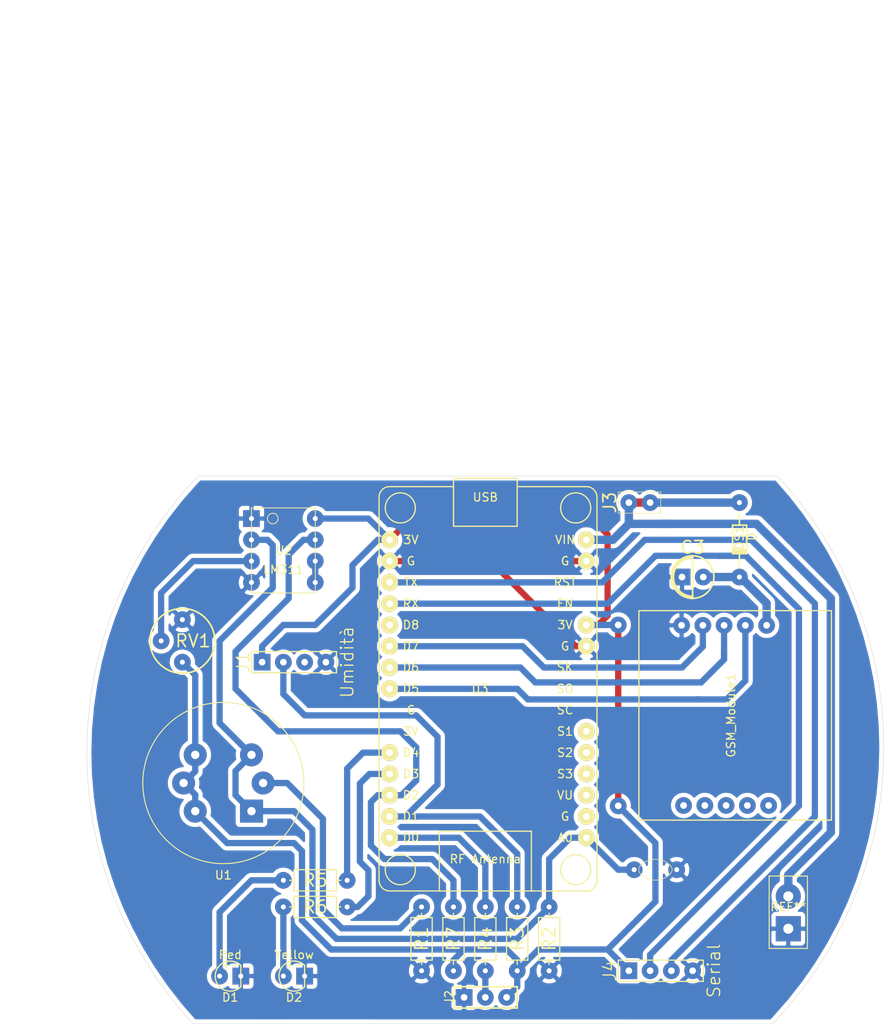
<source format=kicad_pcb>
(kicad_pcb (version 20171130) (host pcbnew "(5.1.12)-1")

  (general
    (thickness 1.6)
    (drawings 4)
    (tracks 189)
    (zones 0)
    (modules 24)
    (nets 34)
  )

  (page A4)
  (layers
    (0 F.Cu signal)
    (31 B.Cu signal)
    (32 B.Adhes user)
    (33 F.Adhes user)
    (34 B.Paste user)
    (35 F.Paste user)
    (36 B.SilkS user)
    (37 F.SilkS user)
    (38 B.Mask user)
    (39 F.Mask user)
    (40 Dwgs.User user)
    (41 Cmts.User user)
    (42 Eco1.User user)
    (43 Eco2.User user)
    (44 Edge.Cuts user)
    (45 Margin user)
    (46 B.CrtYd user)
    (47 F.CrtYd user)
    (48 B.Fab user)
    (49 F.Fab user)
  )

  (setup
    (last_trace_width 0.75)
    (trace_clearance 0.5)
    (zone_clearance 0.508)
    (zone_45_only no)
    (trace_min 0.2)
    (via_size 0.8)
    (via_drill 0.4)
    (via_min_size 0.4)
    (via_min_drill 0.3)
    (uvia_size 0.3)
    (uvia_drill 0.1)
    (uvias_allowed no)
    (uvia_min_size 0.2)
    (uvia_min_drill 0.1)
    (edge_width 0.05)
    (segment_width 0.2)
    (pcb_text_width 0.3)
    (pcb_text_size 1.5 1.5)
    (mod_edge_width 0.12)
    (mod_text_size 1 1)
    (mod_text_width 0.15)
    (pad_size 3 3)
    (pad_drill 1.2)
    (pad_to_mask_clearance 0)
    (aux_axis_origin 0 0)
    (visible_elements 7FFFFFFF)
    (pcbplotparams
      (layerselection 0x010fc_ffffffff)
      (usegerberextensions false)
      (usegerberattributes true)
      (usegerberadvancedattributes true)
      (creategerberjobfile true)
      (excludeedgelayer true)
      (linewidth 0.100000)
      (plotframeref false)
      (viasonmask false)
      (mode 1)
      (useauxorigin false)
      (hpglpennumber 1)
      (hpglpenspeed 20)
      (hpglpendiameter 15.000000)
      (psnegative false)
      (psa4output false)
      (plotreference true)
      (plotvalue true)
      (plotinvisibletext false)
      (padsonsilk false)
      (subtractmaskfromsilk false)
      (outputformat 1)
      (mirror false)
      (drillshape 1)
      (scaleselection 1)
      (outputdirectory ""))
  )

  (net 0 "")
  (net 1 "Net-(C1-Pad2)")
  (net 2 GND)
  (net 3 +5V)
  (net 4 "Net-(J1-Pad2)")
  (net 5 "Net-(J1-Pad3)")
  (net 6 "Net-(J2-Pad3)")
  (net 7 "Net-(R1-Pad1)")
  (net 8 "Net-(R4-Pad1)")
  (net 9 "Net-(RV1-Pad2)")
  (net 10 "Net-(U2-Pad5)")
  (net 11 "Net-(GSM_Module1-Pad4)")
  (net 12 "Net-(GSM_Module1-Pad5)")
  (net 13 "Net-(U3-Pad20)")
  (net 14 "Net-(GSM_Module1-Pad7)")
  (net 15 "Net-(GSM_Module1-Pad8)")
  (net 16 "Net-(GSM_Module1-Pad9)")
  (net 17 "Net-(GSM_Module1-Pad10)")
  (net 18 "Net-(GSM_Module1-Pad11)")
  (net 19 "Net-(GSM_Module1-Pad3)")
  (net 20 "Net-(C3-Pad2)")
  (net 21 "Net-(D1-Pad1)")
  (net 22 "Net-(D2-Pad1)")
  (net 23 "Net-(J4-Pad2)")
  (net 24 "Net-(U3-Pad3)")
  (net 25 +3V3)
  (net 26 "Net-(J4-Pad3)")
  (net 27 "Net-(R7-Pad1)")
  (net 28 "Net-(U3-Pad2)")
  (net 29 "Net-(U3-Pad4)")
  (net 30 "Net-(U3-Pad5)")
  (net 31 "Net-(U3-Pad6)")
  (net 32 "Net-(R5-Pad1)")
  (net 33 "Net-(R6-Pad1)")

  (net_class Default "This is the default net class."
    (clearance 0.5)
    (trace_width 0.75)
    (via_dia 0.8)
    (via_drill 0.4)
    (uvia_dia 0.3)
    (uvia_drill 0.1)
    (add_net +3V3)
    (add_net +5V)
    (add_net GND)
    (add_net "Net-(C1-Pad2)")
    (add_net "Net-(C3-Pad2)")
    (add_net "Net-(D1-Pad1)")
    (add_net "Net-(D2-Pad1)")
    (add_net "Net-(GSM_Module1-Pad10)")
    (add_net "Net-(GSM_Module1-Pad11)")
    (add_net "Net-(GSM_Module1-Pad3)")
    (add_net "Net-(GSM_Module1-Pad4)")
    (add_net "Net-(GSM_Module1-Pad5)")
    (add_net "Net-(GSM_Module1-Pad7)")
    (add_net "Net-(GSM_Module1-Pad8)")
    (add_net "Net-(GSM_Module1-Pad9)")
    (add_net "Net-(J1-Pad2)")
    (add_net "Net-(J1-Pad3)")
    (add_net "Net-(J2-Pad3)")
    (add_net "Net-(J4-Pad2)")
    (add_net "Net-(J4-Pad3)")
    (add_net "Net-(R1-Pad1)")
    (add_net "Net-(R4-Pad1)")
    (add_net "Net-(R5-Pad1)")
    (add_net "Net-(R6-Pad1)")
    (add_net "Net-(R7-Pad1)")
    (add_net "Net-(RV1-Pad2)")
    (add_net "Net-(U2-Pad5)")
    (add_net "Net-(U3-Pad2)")
    (add_net "Net-(U3-Pad20)")
    (add_net "Net-(U3-Pad3)")
    (add_net "Net-(U3-Pad4)")
    (add_net "Net-(U3-Pad5)")
    (add_net "Net-(U3-Pad6)")
  )

  (module MTS:JST-VH (layer F.Cu) (tedit 6421C4BB) (tstamp 6421C4D8)
    (at 107.95 104.14 180)
    (fp_text reference REF** (at 0 0.635) (layer F.SilkS)
      (effects (font (size 1 1) (thickness 0.15)))
    )
    (fp_text value JST-VH (at 0 -0.5) (layer F.Fab)
      (effects (font (size 1 1) (thickness 0.15)))
    )
    (fp_line (start 2.286 -4.318) (end 2.286 4.318) (layer F.SilkS) (width 0.12))
    (fp_line (start 2.286 4.318) (end -2.286 4.318) (layer F.SilkS) (width 0.12))
    (fp_line (start -2.286 4.318) (end -2.286 -4.318) (layer F.SilkS) (width 0.12))
    (fp_line (start -2.286 -4.318) (end 2.286 -4.318) (layer F.SilkS) (width 0.12))
    (pad 1 thru_hole rect (at 0 -1.9685 180) (size 3 3) (drill 1.2) (layers *.Cu *.Mask)
      (net 2 GND))
    (pad 2 thru_hole circle (at 0 1.905 180) (size 3 3) (drill 1.2) (layers *.Cu *.Mask)
      (net 3 +5V))
  )

  (module Connettori_Pin_Header:1x2-Pin (layer F.Cu) (tedit 6421C450) (tstamp 64221601)
    (at 88.9 55.245 90)
    (path /6422669C)
    (fp_text reference J3 (at 0 -2.286 90) (layer F.SilkS)
      (effects (font (size 1.5 1.5) (thickness 0.2)))
    )
    (fp_text value Power (at 0 5.08 90) (layer F.Fab)
      (effects (font (size 1.5 1.5) (thickness 0.2)))
    )
    (fp_line (start 1.27 -1.27) (end 1.27 3.81) (layer F.SilkS) (width 0.075))
    (fp_line (start 1.27 3.81) (end -1.27 3.81) (layer F.SilkS) (width 0.075))
    (fp_line (start -1.27 3.81) (end -1.27 -1.27) (layer F.SilkS) (width 0.075))
    (fp_line (start -1.27 -1.27) (end 1.27 -1.27) (layer F.SilkS) (width 0.075))
    (pad 1 thru_hole circle (at 0 0) (size 2 2) (drill 0.8) (layers *.Cu *.Mask)
      (net 3 +5V))
    (pad 2 thru_hole circle (at 0 2.54) (size 2 2) (drill 0.8) (layers *.Cu *.Mask)
      (net 3 +5V))
    (model ${MODELS}/1x2-Pin.wrl
      (at (xyz 0 0 0))
      (scale (xyz 1 1 1))
      (rotate (xyz 0 0 0))
    )
  )

  (module DO:DO-35 (layer F.Cu) (tedit 6421C1C1) (tstamp 64219629)
    (at 102.108 63.5 90)
    (path /64252696)
    (fp_text reference DS1 (at 4.064 0 -90) (layer F.SilkS)
      (effects (font (size 1 1) (thickness 0.15)))
    )
    (fp_text value D (at 4.191 1.524 -90) (layer F.SilkS)
      (effects (font (size 1 1) (thickness 0.15)))
    )
    (fp_poly (pts (xy 2.667 0.8636) (xy 2.159 0.8636) (xy 2.159 -0.8128) (xy 2.667 -0.8128)) (layer F.SilkS) (width 0.1))
    (fp_line (start 2.159 0) (end 0.635 0) (layer F.SilkS) (width 0.2))
    (fp_line (start 5.588 0) (end 6.985 0) (layer F.SilkS) (width 0.2))
    (fp_line (start 2.159 -0.8128) (end 5.5626 -0.8128) (layer F.SilkS) (width 0.2))
    (fp_line (start 2.159 0.8636) (end 2.159 -0.8128) (layer F.SilkS) (width 0.2))
    (fp_line (start 5.5626 0.8636) (end 2.159 0.8636) (layer F.SilkS) (width 0.2))
    (fp_line (start 5.5626 -0.8128) (end 5.5626 0.8636) (layer F.SilkS) (width 0.2))
    (pad 2 thru_hole circle (at 8.255 0 90) (size 2 2) (drill 0.6) (layers *.Cu *.Mask)
      (net 3 +5V))
    (pad 1 thru_hole circle (at -0.635 0 90) (size 2 2) (drill 0.6) (layers *.Cu *.Mask)
      (net 20 "Net-(C3-Pad2)"))
    (model ${MODELS}/DO-35.wrl
      (at (xyz 0 0 0))
      (scale (xyz 0.4 0.4 0.4))
      (rotate (xyz 0 0 0))
    )
    (model ${FPRINTS}/3D/DO-35H.wrl
      (at (xyz 0 0 0))
      (scale (xyz 0.4 0.4 0.4))
      (rotate (xyz 0 0 0))
    )
    (model ${IMPRONTE}/DO.pretty/3D/D_DO-41_SOD81_P7.62mm_Horizontal.step
      (at (xyz 0 0 0))
      (scale (xyz 1 1 1))
      (rotate (xyz 0 0 0))
    )
  )

  (module "" (layer F.Cu) (tedit 6421BA30) (tstamp 64221243)
    (at 14.02 17.1)
    (fp_text reference "" (at 71.755 76.2) (layer F.SilkS)
      (effects (font (size 1.27 1.27) (thickness 0.15)))
    )
    (fp_text value "" (at 71.755 76.2) (layer F.SilkS)
      (effects (font (size 1.27 1.27) (thickness 0.15)))
    )
    (pad 1 thru_hole oval (at 73.61 74.34 270) (size 2 2) (drill 0.8) (layers *.Cu *.Mask)
      (net 25 +3V3))
  )

  (module "" (layer F.Cu) (tedit 6421B9D7) (tstamp 0)
    (at 14.02 -4.49)
    (fp_text reference "" (at 71.755 76.2) (layer F.SilkS)
      (effects (font (size 1.27 1.27) (thickness 0.15)))
    )
    (fp_text value "" (at 71.755 76.2) (layer F.SilkS)
      (effects (font (size 1.27 1.27) (thickness 0.15)))
    )
    (pad 1 thru_hole oval (at 73.61 74.34 270) (size 2 2) (drill 0.8) (layers *.Cu *.Mask)
      (net 25 +3V3))
  )

  (module ESP8266:ESP12F-Devkit-V3 (layer F.Cu) (tedit 6421B658) (tstamp 6421973C)
    (at 71.755 76.2 180)
    (path /64355022)
    (fp_text reference U3 (at 0.635 -1.27) (layer F.SilkS)
      (effects (font (size 1 1) (thickness 0.15)))
    )
    (fp_text value "NodeMCU_1.0_(ESP-12E)" (at 0 -6.35) (layer F.Fab)
      (effects (font (size 1 1) (thickness 0.15)))
    )
    (fp_line (start 11.43 -25.4) (end -12.7 -25.4) (layer F.SilkS) (width 0.15))
    (fp_circle (center 10.16 -22.86) (end 11.43 -24.13) (layer F.SilkS) (width 0.15))
    (fp_circle (center -10.795 -22.86) (end -9.525 -24.13) (layer F.SilkS) (width 0.15))
    (fp_circle (center -10.795 20.32) (end -9.525 19.05) (layer F.SilkS) (width 0.15))
    (fp_circle (center 10.16 20.32) (end 11.43 19.05) (layer F.SilkS) (width 0.15))
    (fp_line (start -3.81 22.86) (end -12.065 22.86) (layer F.SilkS) (width 0.15))
    (fp_line (start -13.335 -24.13) (end -13.335 21.59) (layer F.SilkS) (width 0.15))
    (fp_line (start 12.7 -24.13) (end 12.7 21.59) (layer F.SilkS) (width 0.15))
    (fp_line (start 3.8 23.86) (end -3.8 23.86) (layer F.SilkS) (width 0.15))
    (fp_line (start 3.8 18.13) (end 3.8 23.86) (layer F.SilkS) (width 0.15))
    (fp_line (start -3.8 18.13) (end 3.8 18.13) (layer F.SilkS) (width 0.15))
    (fp_line (start -3.8 23.86) (end -3.8 18.13) (layer F.SilkS) (width 0.15))
    (fp_line (start -5.5 -18.27) (end -5.5 -25.4) (layer F.SilkS) (width 0.15))
    (fp_line (start 5.5 -25.4) (end 5.5 -18.27) (layer F.SilkS) (width 0.15))
    (fp_line (start 5.5 -18.27) (end -5.5 -18.27) (layer F.SilkS) (width 0.15))
    (fp_line (start 11.43 22.86) (end 3.81 22.86) (layer F.SilkS) (width 0.15))
    (fp_text user USB (at 0 21.59) (layer F.SilkS)
      (effects (font (size 1 1) (thickness 0.15)))
    )
    (fp_text user "RF Antenna" (at 0 -21.59) (layer F.SilkS)
      (effects (font (size 1 1) (thickness 0.15)))
    )
    (fp_arc (start -12.065 -24.13) (end -13.335 -24.13) (angle 90) (layer F.SilkS) (width 0.15))
    (fp_arc (start 11.43 -24.13) (end 11.43 -25.4) (angle 90) (layer F.SilkS) (width 0.15))
    (fp_arc (start 11.43 21.59) (end 12.7 21.59) (angle 90) (layer F.SilkS) (width 0.15))
    (fp_arc (start -12.065 21.59) (end -12.065 22.86) (angle 90) (layer F.SilkS) (width 0.15))
    (fp_text user VIN (at -9.525 16.51) (layer F.SilkS)
      (effects (font (size 1 1) (thickness 0.15)))
    )
    (fp_text user G (at -9.525 13.97) (layer F.SilkS)
      (effects (font (size 1 1) (thickness 0.15)))
    )
    (fp_text user RST (at -9.525 11.43) (layer F.SilkS)
      (effects (font (size 1 1) (thickness 0.15)))
    )
    (fp_text user EN (at -9.525 8.89) (layer F.SilkS)
      (effects (font (size 1 1) (thickness 0.15)))
    )
    (fp_text user 3V (at -9.525 6.35) (layer F.SilkS)
      (effects (font (size 1 1) (thickness 0.15)))
    )
    (fp_text user G (at -9.525 3.81) (layer F.SilkS)
      (effects (font (size 1 1) (thickness 0.15)))
    )
    (fp_text user SK (at -9.525 1.27) (layer F.SilkS)
      (effects (font (size 1 1) (thickness 0.15)))
    )
    (fp_text user SO (at -9.525 -1.27) (layer F.SilkS)
      (effects (font (size 1 1) (thickness 0.15)))
    )
    (fp_text user SC (at -9.525 -3.81) (layer F.SilkS)
      (effects (font (size 1 1) (thickness 0.15)))
    )
    (fp_text user S1 (at -9.525 -6.35) (layer F.SilkS)
      (effects (font (size 1 1) (thickness 0.15)))
    )
    (fp_text user S2 (at -9.525 -8.89) (layer F.SilkS)
      (effects (font (size 1 1) (thickness 0.15)))
    )
    (fp_text user S3 (at -9.525 -11.43) (layer F.SilkS)
      (effects (font (size 1 1) (thickness 0.15)))
    )
    (fp_text user VU (at -9.525 -13.97) (layer F.SilkS)
      (effects (font (size 1 1) (thickness 0.15)))
    )
    (fp_text user G (at -9.525 -16.51) (layer F.SilkS)
      (effects (font (size 1 1) (thickness 0.15)))
    )
    (fp_text user A0 (at -9.525 -19.05) (layer F.SilkS)
      (effects (font (size 1 1) (thickness 0.15)))
    )
    (fp_text user 3V (at 8.89 16.51) (layer F.SilkS)
      (effects (font (size 1 1) (thickness 0.15)))
    )
    (fp_text user G (at 8.89 13.97) (layer F.SilkS)
      (effects (font (size 1 1) (thickness 0.15)))
    )
    (fp_text user TX (at 8.89 11.43) (layer F.SilkS)
      (effects (font (size 1 1) (thickness 0.15)))
    )
    (fp_text user RX (at 8.89 8.89) (layer F.SilkS)
      (effects (font (size 1 1) (thickness 0.15)))
    )
    (fp_text user D8 (at 8.89 6.35) (layer F.SilkS)
      (effects (font (size 1 1) (thickness 0.15)))
    )
    (fp_text user D7 (at 8.89 3.81) (layer F.SilkS)
      (effects (font (size 1 1) (thickness 0.15)))
    )
    (fp_text user D6 (at 8.89 1.27) (layer F.SilkS)
      (effects (font (size 1 1) (thickness 0.15)))
    )
    (fp_text user D5 (at 8.89 -1.27) (layer F.SilkS)
      (effects (font (size 1 1) (thickness 0.15)))
    )
    (fp_text user G (at 8.89 -3.81) (layer F.SilkS)
      (effects (font (size 1 1) (thickness 0.15)))
    )
    (fp_text user 3V (at 8.89 -6.35) (layer F.SilkS)
      (effects (font (size 1 1) (thickness 0.15)))
    )
    (fp_text user D4 (at 8.89 -8.89) (layer F.SilkS)
      (effects (font (size 1 1) (thickness 0.15)))
    )
    (fp_text user D3 (at 8.89 -11.43) (layer F.SilkS)
      (effects (font (size 1 1) (thickness 0.15)))
    )
    (fp_text user D2 (at 8.89 -13.97) (layer F.SilkS)
      (effects (font (size 1 1) (thickness 0.15)))
    )
    (fp_text user D1 (at 8.89 -16.51) (layer F.SilkS)
      (effects (font (size 1 1) (thickness 0.15)))
    )
    (fp_text user D0 (at 8.89 -19.05) (layer F.SilkS)
      (effects (font (size 1 1) (thickness 0.15)))
    )
    (pad 1 thru_hole circle (at -12.065 -19.05 180) (size 2 2) (drill 0.8) (layers *.Cu *.Mask F.SilkS)
      (net 1 "Net-(C1-Pad2)"))
    (pad 2 thru_hole circle (at -12.065 -16.51 180) (size 2 2) (drill 0.8) (layers *.Cu *.Mask F.SilkS)
      (net 28 "Net-(U3-Pad2)"))
    (pad 3 thru_hole circle (at -12.065 -13.97 180) (size 2 2) (drill 0.8) (layers *.Cu *.Mask F.SilkS)
      (net 24 "Net-(U3-Pad3)"))
    (pad 4 thru_hole circle (at -12.065 -11.43 180) (size 2 2) (drill 0.8) (layers *.Cu *.Mask F.SilkS)
      (net 29 "Net-(U3-Pad4)"))
    (pad 5 thru_hole circle (at -12.065 -8.89 180) (size 2 2) (drill 0.8) (layers *.Cu *.Mask F.SilkS)
      (net 30 "Net-(U3-Pad5)"))
    (pad 6 thru_hole circle (at -12.065 -6.35 180) (size 2 2) (drill 0.8) (layers *.Cu *.Mask F.SilkS)
      (net 31 "Net-(U3-Pad6)"))
    (pad 10 thru_hole circle (at -12.065 3.81 180) (size 2 2) (drill 0.8) (layers *.Cu *.Mask F.SilkS)
      (net 2 GND))
    (pad 11 thru_hole circle (at -12.065 6.35 180) (size 2 2) (drill 0.8) (layers *.Cu *.Mask F.SilkS)
      (net 25 +3V3))
    (pad 14 thru_hole circle (at -12.065 13.97 180) (size 2 2) (drill 0.8) (layers *.Cu *.Mask F.SilkS)
      (net 2 GND))
    (pad 15 thru_hole circle (at -12.065 16.51 180) (size 2 2) (drill 0.8) (layers *.Cu *.Mask F.SilkS)
      (net 3 +5V))
    (pad 16 thru_hole circle (at 11.43 16.51 180) (size 2 2) (drill 0.8) (layers *.Cu *.Mask F.SilkS)
      (net 25 +3V3))
    (pad 17 thru_hole circle (at 11.43 13.97 180) (size 2 2) (drill 0.8) (layers *.Cu *.Mask F.SilkS)
      (net 2 GND))
    (pad 18 thru_hole circle (at 11.43 11.43 180) (size 2 2) (drill 0.8) (layers *.Cu *.Mask F.SilkS)
      (net 26 "Net-(J4-Pad3)"))
    (pad 19 thru_hole circle (at 11.43 8.89 180) (size 2 2) (drill 0.8) (layers *.Cu *.Mask F.SilkS)
      (net 23 "Net-(J4-Pad2)"))
    (pad 20 thru_hole circle (at 11.43 6.35 180) (size 2 2) (drill 0.8) (layers *.Cu *.Mask F.SilkS)
      (net 13 "Net-(U3-Pad20)"))
    (pad 21 thru_hole circle (at 11.43 3.81 180) (size 2 2) (drill 0.8) (layers *.Cu *.Mask F.SilkS)
      (net 12 "Net-(GSM_Module1-Pad5)"))
    (pad 22 thru_hole circle (at 11.43 1.27 180) (size 2 2) (drill 0.8) (layers *.Cu *.Mask F.SilkS)
      (net 11 "Net-(GSM_Module1-Pad4)"))
    (pad 23 thru_hole circle (at 11.43 -1.27 180) (size 2 2) (drill 0.8) (layers *.Cu *.Mask F.SilkS)
      (net 19 "Net-(GSM_Module1-Pad3)"))
    (pad 26 thru_hole circle (at 11.43 -8.89 180) (size 2 2) (drill 0.8) (layers *.Cu *.Mask F.SilkS)
      (net 32 "Net-(R5-Pad1)"))
    (pad 27 thru_hole circle (at 11.43 -11.43 180) (size 2 2) (drill 0.8) (layers *.Cu *.Mask F.SilkS)
      (net 33 "Net-(R6-Pad1)"))
    (pad 28 thru_hole circle (at 11.43 -13.97 180) (size 2 2) (drill 0.8) (layers *.Cu *.Mask F.SilkS)
      (net 27 "Net-(R7-Pad1)"))
    (pad 29 thru_hole circle (at 11.43 -16.51 180) (size 2 2) (drill 0.8) (layers *.Cu *.Mask F.SilkS)
      (net 4 "Net-(J1-Pad2)"))
    (pad 30 thru_hole circle (at 11.43 -19.05 180) (size 2 2) (drill 0.8) (layers *.Cu *.Mask F.SilkS)
      (net 8 "Net-(R4-Pad1)"))
    (model "${KIPRJMOD}/+++ ESP8266 NodeMCU Board +++.stp"
      (offset (xyz -0.3 1.1 2))
      (scale (xyz 1.02 1 1))
      (rotate (xyz -90 0 0))
    )
  )

  (module Interfacce:SIM800L (layer F.Cu) (tedit 6421B0CC) (tstamp 6421963E)
    (at 101.6 80.645 270)
    (path /64221BAE)
    (fp_text reference GSM_Module1 (at 0 0.5 270) (layer F.SilkS)
      (effects (font (size 1 1) (thickness 0.15)))
    )
    (fp_text value SIM800L (at 0 -0.5 270) (layer F.Fab)
      (effects (font (size 1 1) (thickness 0.15)))
    )
    (fp_line (start 12.5 11.5) (end 12.5 0) (layer F.SilkS) (width 0.15))
    (fp_line (start -12.5 11.5) (end 12.5 11.5) (layer F.SilkS) (width 0.15))
    (fp_line (start -12.5 -11.5) (end -12.5 11.5) (layer F.SilkS) (width 0.15))
    (fp_line (start 12.5 -11.5) (end -12.5 -11.5) (layer F.SilkS) (width 0.15))
    (fp_line (start 12.5 0) (end 12.5 -11.5) (layer F.SilkS) (width 0.15))
    (pad 7 thru_hole oval (at 10.75 -4 270) (size 2 2) (drill 0.8) (layers *.Cu *.Mask)
      (net 14 "Net-(GSM_Module1-Pad7)"))
    (pad 8 thru_hole oval (at 10.75 -1.46 270) (size 2 2) (drill 0.8) (layers *.Cu *.Mask)
      (net 15 "Net-(GSM_Module1-Pad8)"))
    (pad 9 thru_hole oval (at 10.75 1.08 270) (size 2 2) (drill 0.8) (layers *.Cu *.Mask)
      (net 16 "Net-(GSM_Module1-Pad9)"))
    (pad 10 thru_hole oval (at 10.75 3.62 270) (size 2 2) (drill 0.8) (layers *.Cu *.Mask)
      (net 17 "Net-(GSM_Module1-Pad10)"))
    (pad 11 thru_hole oval (at 10.75 6.16 270) (size 2 2) (drill 0.8) (layers *.Cu *.Mask)
      (net 18 "Net-(GSM_Module1-Pad11)"))
    (pad 2 thru_hole oval (at -10.75 -3.76 270) (size 2 2) (drill 0.8) (layers *.Cu *.Mask)
      (net 20 "Net-(C3-Pad2)"))
    (pad 3 thru_hole oval (at -10.75 -1.22 270) (size 2 2) (drill 0.8) (layers *.Cu *.Mask)
      (net 19 "Net-(GSM_Module1-Pad3)"))
    (pad 4 thru_hole oval (at -10.75 1.32 270) (size 2 2) (drill 0.8) (layers *.Cu *.Mask)
      (net 11 "Net-(GSM_Module1-Pad4)"))
    (pad 5 thru_hole oval (at -10.75 3.86 270) (size 2 2) (drill 0.8) (layers *.Cu *.Mask)
      (net 12 "Net-(GSM_Module1-Pad5)"))
    (pad 6 thru_hole oval (at -10.75 6.4 270) (size 2 2) (drill 0.8) (layers *.Cu *.Mask)
      (net 2 GND))
    (model ${IMPRONTE}/Interfacce.pretty/3D/SIM800L.step
      (offset (xyz 0 0 3))
      (scale (xyz 1 1 1))
      (rotate (xyz -90 0 0))
    )
    (model ${IMPRONTE}/Connettori_Pin_Header.pretty/3D/PinHeader_1x06_P2.54mm_Vertical.step
      (offset (xyz 10.75 4 2.5))
      (scale (xyz 1 1 1))
      (rotate (xyz 0 180 0))
    )
    (model ${IMPRONTE}/Connettori_Pin_Header.pretty/3D/PinHeader_1x06_P2.54mm_Vertical.step
      (offset (xyz -10.75 6.3 0))
      (scale (xyz 1 1 1))
      (rotate (xyz 0 0 0))
    )
  )

  (module Condensatori_Apolari_THT:C_Disc_D5.0mm_W2.5mm_P5.00mm (layer F.Cu) (tedit 64218FD5) (tstamp 642195FB)
    (at 94.615 99.06 180)
    (path /641D7F24)
    (fp_text reference C1 (at 1.016 -1.524) (layer Eco1.User)
      (effects (font (size 0.5 0.5) (thickness 0.1)))
    )
    (fp_text value 104 (at 2.159 0) (layer Eco2.User)
      (effects (font (size 0.5 0.5) (thickness 0.1)))
    )
    (fp_arc (start 1.27 0) (end 0.762 0.508) (angle 90) (layer F.SilkS) (width 0.075))
    (fp_arc (start 2.54 -1.27) (end 4.318 0.508) (angle 90) (layer F.SilkS) (width 0.075))
    (fp_arc (start 3.81 0) (end 4.318 -0.508) (angle 90) (layer F.SilkS) (width 0.075))
    (fp_arc (start 2.54 1.27) (end 0.762 -0.508) (angle 90) (layer F.SilkS) (width 0.075))
    (pad 1 thru_hole circle (at 0 0 180) (size 2 2) (drill 0.6) (layers *.Cu *.Mask)
      (net 2 GND))
    (pad 2 thru_hole circle (at 5.08 0 180) (size 2 2) (drill 0.6) (layers *.Cu *.Mask)
      (net 1 "Net-(C1-Pad2)"))
    (model ${IMPRONTE}/Condensatori_Apolari_THT.pretty/3D/C_Disc_D5.0mm_W2.5mm_P5.00mm.step
      (at (xyz 0 0 0))
      (scale (xyz 1 1 1))
      (rotate (xyz 0 0 0))
    )
  )

  (module mq2:MQ-6 (layer F.Cu) (tedit 64219B4F) (tstamp 642196D5)
    (at 43.815 92.075 180)
    (descr "Gas Sensor, 6 pin, https://www.winsen-sensor.com/d/files/semiconductor/mq-6.pdf")
    (tags "gas sensor")
    (path /641E35A2)
    (fp_text reference U1 (at 3.36 -7.64) (layer F.SilkS)
      (effects (font (size 1 1) (thickness 0.15)))
    )
    (fp_text value MQ-6 (at 3.36 14.36) (layer F.Fab)
      (effects (font (size 1 1) (thickness 0.15)))
    )
    (fp_circle (center 3.36 3.36) (end 13.11 3.36) (layer F.CrtYd) (width 0.05))
    (fp_circle (center 3.36 3.36) (end 12.985 3.36) (layer F.SilkS) (width 0.12))
    (fp_circle (center 3.36 3.36) (end 12.86 3.36) (layer F.Fab) (width 0.1))
    (fp_text user %R (at 3.65 3.68) (layer F.Fab)
      (effects (font (size 1 1) (thickness 0.15)))
    )
    (pad 5 thru_hole circle (at -1.39 3.36 180) (size 2.75 2.75) (drill 1) (layers *.Cu *.Mask)
      (net 7 "Net-(R1-Pad1)"))
    (pad 2 thru_hole circle (at 8.11 3.36 180) (size 2.75 2.75) (drill 1) (layers *.Cu *.Mask)
      (net 25 +3V3))
    (pad 1 thru_hole rect (at 0 0 180) (size 2.75 2.75) (drill 1) (layers *.Cu *.Mask)
      (net 1 "Net-(C1-Pad2)"))
    (pad 3 thru_hole circle (at 0 6.72 270) (size 2.75 2.75) (drill 1) (layers *.Cu *.Mask)
      (net 1 "Net-(C1-Pad2)"))
    (pad 4 thru_hole circle (at 6.72 6.72) (size 2.75 2.75) (drill 1) (layers *.Cu *.Mask)
      (net 25 +3V3))
    (pad 6 thru_hole circle (at 6.72 0 90) (size 2.75 2.75) (drill 1) (layers *.Cu *.Mask)
      (net 25 +3V3))
    (model ${KISYS3DMOD}/Sensor.3dshapes/MQ-6.wrl
      (at (xyz 0 0 0))
      (scale (xyz 1 1 1))
      (rotate (xyz 0 0 0))
    )
  )

  (module Trimmer:Bourns_3339H (layer F.Cu) (tedit 64218FBE) (tstamp 642196C7)
    (at 35.56 74.295)
    (descr "Potentiometer, horizontally mounted, Omeg PC16PU, Omeg PC16PU, Omeg PC16PU, Vishay/Spectrol 248GJ/249GJ Single, Vishay/Spectrol 248GJ/249GJ Single, Vishay/Spectrol 248GJ/249GJ Single, Vishay/Spectrol 248GH/249GH Single, Vishay/Spectrol 148/149 Single, Vishay/Spectrol 148/149 Single, Vishay/Spectrol 148/149 Single, Vishay/Spectrol 148A/149A Single with mounting plates, Vishay/Spectrol 148/149 Double, Vishay/Spectrol 148A/149A Double with mounting plates, Piher PC-16 Single, Piher PC-16 Single, Piher PC-16 Single, Piher PC-16SV Single, Piher PC-16 Double, Piher PC-16 Triple, Piher T16H Single, Piher T16L Single, Piher T16H Double, Alps RK163 Single, Alps RK163 Double, Alps RK097 Single, Alps RK097 Double, Bourns PTV09A-2 Single with mounting sleve Single, Bourns PTV09A-1 with mounting sleve Single, Bourns PRS11S Single, Alps RK09K Single with mounting sleve Single, Alps RK09K with mounting sleve Single, Alps RK09L Single, Alps RK09L Single, Alps RK09L Double, Alps RK09L Double, Alps RK09Y Single, Bourns 3339S Single, Bourns 3339S Single, Bourns 3339P Single, http://www.alps.com/prod/info/E/HTML/Potentiometer/RotaryPotentiometers/RK09Y11/RK09Y11L0001.html")
    (tags "Potentiometer horizontal  Omeg PC16PU  Omeg PC16PU  Omeg PC16PU  Vishay/Spectrol 248GJ/249GJ Single  Vishay/Spectrol 248GJ/249GJ Single  Vishay/Spectrol 248GJ/249GJ Single  Vishay/Spectrol 248GH/249GH Single  Vishay/Spectrol 148/149 Single  Vishay/Spectrol 148/149 Single  Vishay/Spectrol 148/149 Single  Vishay/Spectrol 148A/149A Single with mounting plates  Vishay/Spectrol 148/149 Double  Vishay/Spectrol 148A/149A Double with mounting plates  Piher PC-16 Single  Piher PC-16 Single  Piher PC-16 Single  Piher PC-16SV Single  Piher PC-16 Double  Piher PC-16 Triple  Piher T16H Single  Piher T16L Single  Piher T16H Double  Alps RK163 Single  Alps RK163 Double  Alps RK097 Single  Alps RK097 Double  Bourns PTV09A-2 Single with mounting sleve Single  Bourns PTV09A-1 with mounting sleve Single  Bourns PRS11S Single  Alps RK09K Single with mounting sleve Single  Alps RK09K with mounting sleve Single  Alps RK09L Single  Alps RK09L Single  Alps RK09L Double  Alps RK09L Double  Alps RK09Y Single  Bourns 3339S Single  Bourns 3339S Single  Bourns 3339P Single")
    (path /641D6432)
    (fp_text reference RV1 (at 1.27 -2.54) (layer F.SilkS)
      (effects (font (size 1.5 1.5) (thickness 0.2)))
    )
    (fp_text value TRIM (at 0 2.52) (layer F.Fab)
      (effects (font (size 1.5 1.5) (thickness 0.2)))
    )
    (fp_circle (center 0 -2.54) (end 3.87 -2.54) (layer F.SilkS) (width 0.2))
    (pad 3 thru_hole circle (at 0 -5.08) (size 2 2) (drill 0.6) (layers *.Cu *.Mask)
      (net 2 GND))
    (pad 2 thru_hole circle (at -2.54 -2.54) (size 2 2) (drill 0.6) (layers *.Cu *.Mask)
      (net 9 "Net-(RV1-Pad2)"))
    (pad 1 thru_hole circle (at 0 0) (size 2 2) (drill 0.6) (layers *.Cu *.Mask)
      (net 25 +3V3))
    (model Potentiometers.3dshapes/Potentiometer_Trimmer_Bourns_3339P_Horizontal.wrl
      (at (xyz 0 0 0))
      (scale (xyz 1 1 1))
      (rotate (xyz 0 0 -90))
    )
  )

  (module Condensatori_Polarizzati_THT:CP_D5_P2.54 (layer F.Cu) (tedit 64219161) (tstamp 64219606)
    (at 96.52 64.135)
    (descr "Radial Electrolytic Capacitor, Diameter 6.3mm x Length 11.2mm, Pitch 2.5mm")
    (tags "Electrolytic Capacitor")
    (path /641DBE7F)
    (fp_text reference C3 (at 0 -3.556) (layer F.SilkS)
      (effects (font (size 1.5 1.5) (thickness 0.2)))
    )
    (fp_text value 470 (at 0 3.556) (layer F.Fab)
      (effects (font (size 1.5 1.5) (thickness 0.2)))
    )
    (fp_line (start 0 -2.54) (end 0 2.54) (layer F.SilkS) (width 0.2))
    (fp_circle (center 0 0) (end 2.54 0) (layer F.SilkS) (width 0.2))
    (fp_arc (start 0 0) (end 0 -2.54) (angle -180) (layer F.SilkS) (width 0.2))
    (fp_arc (start 0 0) (end 0 -2.286) (angle -180) (layer F.SilkS) (width 0.2))
    (fp_arc (start 0 0) (end 0 -2.413) (angle -180) (layer F.SilkS) (width 0.2))
    (pad 2 thru_hole circle (at 1.27 0) (size 2 2) (drill 0.8) (layers *.Cu *.Mask)
      (net 20 "Net-(C3-Pad2)"))
    (pad 1 thru_hole rect (at -1.27 0) (size 2 2) (drill 0.8) (layers *.Cu *.Mask)
      (net 2 GND))
    (model ${MODELS}/CP_D5_P2.54.wrl
      (offset (xyz -1.269999980926514 0 0))
      (scale (xyz 1 1 1))
      (rotate (xyz 0 0 0))
    )
    (model ${IMPRONTE}/Condensatori_Polarizzati_THT.pretty/3D/CP_Radial_D5.0mm_P2.50mm.step
      (offset (xyz -1.27 0 0))
      (scale (xyz 1 1 1))
      (rotate (xyz 0 0 0))
    )
  )

  (module LED_THT:LED_D3.0mm (layer F.Cu) (tedit 62475DC0) (tstamp 64219611)
    (at 41.275 111.76 180)
    (path /6420A398)
    (fp_text reference D1 (at 0 -2.54) (layer F.SilkS)
      (effects (font (size 1 1) (thickness 0.15)))
    )
    (fp_text value Red (at 0 2.54 180) (layer F.SilkS)
      (effects (font (size 1 1) (thickness 0.15)))
    )
    (fp_line (start -1.27 -1.27) (end -1.269999 1.269999) (layer F.SilkS) (width 0.15))
    (fp_line (start -0.762 1.27) (end -0.254 1.27) (layer F.SilkS) (width 0.15))
    (fp_line (start 0.254 1.27) (end 0.762 1.27) (layer F.SilkS) (width 0.15))
    (fp_line (start 0.508 1.016) (end 0.508 1.524) (layer F.SilkS) (width 0.15))
    (fp_arc (start 0 0) (end -1.269999 1.269999) (angle -270) (layer F.SilkS) (width 0.15))
    (pad 1 thru_hole circle (at 1.27 0 180) (size 2 2) (drill 0.6) (layers *.Cu *.Mask)
      (net 21 "Net-(D1-Pad1)"))
    (pad 2 thru_hole rect (at -1.27 0 180) (size 2 2) (drill 0.6) (layers *.Cu *.Mask)
      (net 2 GND))
    (model ${IMPRONTE}/LED_THT.pretty/3D/LED_D3.0mm.step
      (offset (xyz -1.27 0 -2))
      (scale (xyz 1 1 1))
      (rotate (xyz 0 0 0))
    )
  )

  (module LED_THT:LED_D3.0mm (layer F.Cu) (tedit 62475DC0) (tstamp 6421961C)
    (at 48.895 111.76 180)
    (path /64209518)
    (fp_text reference D2 (at 0 -2.54) (layer F.SilkS)
      (effects (font (size 1 1) (thickness 0.15)))
    )
    (fp_text value Yellow (at 0 2.54 180) (layer F.SilkS)
      (effects (font (size 1 1) (thickness 0.15)))
    )
    (fp_arc (start 0 0) (end -1.269999 1.269999) (angle -270) (layer F.SilkS) (width 0.15))
    (fp_line (start 0.508 1.016) (end 0.508 1.524) (layer F.SilkS) (width 0.15))
    (fp_line (start 0.254 1.27) (end 0.762 1.27) (layer F.SilkS) (width 0.15))
    (fp_line (start -0.762 1.27) (end -0.254 1.27) (layer F.SilkS) (width 0.15))
    (fp_line (start -1.27 -1.27) (end -1.269999 1.269999) (layer F.SilkS) (width 0.15))
    (pad 2 thru_hole rect (at -1.27 0 180) (size 2 2) (drill 0.6) (layers *.Cu *.Mask)
      (net 2 GND))
    (pad 1 thru_hole circle (at 1.27 0 180) (size 2 2) (drill 0.6) (layers *.Cu *.Mask)
      (net 22 "Net-(D2-Pad1)"))
    (model ${IMPRONTE}/LED_THT.pretty/3D/LED_D3.0mm.step
      (offset (xyz -1.27 0 -2))
      (scale (xyz 1 1 1))
      (rotate (xyz 0 0 0))
    )
  )

  (module Connettori_Pin_Header:1x4-Pin (layer F.Cu) (tedit 62476E37) (tstamp 6421964A)
    (at 45.085 74.295 90)
    (path /641F519A)
    (fp_text reference J1 (at 0 -2.286 90) (layer F.SilkS)
      (effects (font (size 1.5 1.5) (thickness 0.15)))
    )
    (fp_text value Umidità (at 0 10.16 90) (layer F.SilkS)
      (effects (font (size 1.5 1.5) (thickness 0.15)))
    )
    (fp_line (start 1.27 -1.27) (end 1.27 8.89) (layer F.SilkS) (width 0.15))
    (fp_line (start 1.27 8.89) (end -1.27 8.89) (layer F.SilkS) (width 0.15))
    (fp_line (start -1.27 8.89) (end -1.27 -1.27) (layer F.SilkS) (width 0.15))
    (fp_line (start -1.27 -1.27) (end 1.27 -1.27) (layer F.SilkS) (width 0.15))
    (pad 1 thru_hole rect (at 0 0 90) (size 2 2) (drill 0.8) (layers *.Cu *.Mask)
      (net 25 +3V3))
    (pad 2 thru_hole circle (at 0 2.54 90) (size 2 2) (drill 0.8) (layers *.Cu *.Mask)
      (net 4 "Net-(J1-Pad2)"))
    (pad 3 thru_hole circle (at 0 5.08 90) (size 2 2) (drill 0.8) (layers *.Cu *.Mask)
      (net 5 "Net-(J1-Pad3)"))
    (pad 4 thru_hole circle (at 0 7.62 90) (size 2 2) (drill 0.8) (layers *.Cu *.Mask)
      (net 2 GND))
    (model ${KIPRJMOD}/DHT11.STEP
      (offset (xyz 2.775 2.2 0.5))
      (scale (xyz 1 1 1))
      (rotate (xyz -90 0 90))
    )
  )

  (module Connettori_Pin_Header:1x3-Pin (layer F.Cu) (tedit 64219CDE) (tstamp 64219655)
    (at 69.215 114.3 90)
    (path /6421A905)
    (fp_text reference J2 (at 0 -1.778 90) (layer F.SilkS)
      (effects (font (size 1 1) (thickness 0.15)))
    )
    (fp_text value Selector (at 0 6.858 90) (layer F.Fab)
      (effects (font (size 1 1) (thickness 0.15)))
    )
    (fp_line (start -1.27 6.35) (end -1.27 -1.27) (layer F.SilkS) (width 0.2))
    (fp_line (start 1.27 6.35) (end -1.27 6.35) (layer F.SilkS) (width 0.2))
    (fp_line (start 1.27 -1.27) (end 1.27 6.35) (layer F.SilkS) (width 0.2))
    (fp_line (start -1.27 -1.27) (end 1.27 -1.27) (layer F.SilkS) (width 0.2))
    (pad 2 thru_hole rect (at 0 0) (size 2 2) (drill 0.8) (layers *.Cu *.Mask)
      (net 2 GND))
    (pad 3 thru_hole circle (at 0 2.54) (size 2 2) (drill 0.8) (layers *.Cu *.Mask)
      (net 6 "Net-(J2-Pad3)"))
    (pad 1 thru_hole circle (at 0 5.08) (size 2 2) (drill 0.8) (layers *.Cu *.Mask)
      (net 25 +3V3))
    (model ${MODELS}/1x3-Pin.wrl
      (at (xyz 0 0 0))
      (scale (xyz 1 1 1))
      (rotate (xyz 0 0 0))
    )
  )

  (module Connettori_Pin_Header:1x4-Pin (layer F.Cu) (tedit 62476E37) (tstamp 6421966B)
    (at 88.9 111.125 90)
    (path /6427255E)
    (fp_text reference J4 (at 0 -2.286 90) (layer F.SilkS)
      (effects (font (size 1.5 1.5) (thickness 0.15)))
    )
    (fp_text value Serial (at 0 10.16 90) (layer F.SilkS)
      (effects (font (size 1.5 1.5) (thickness 0.15)))
    )
    (fp_line (start -1.27 -1.27) (end 1.27 -1.27) (layer F.SilkS) (width 0.15))
    (fp_line (start -1.27 8.89) (end -1.27 -1.27) (layer F.SilkS) (width 0.15))
    (fp_line (start 1.27 8.89) (end -1.27 8.89) (layer F.SilkS) (width 0.15))
    (fp_line (start 1.27 -1.27) (end 1.27 8.89) (layer F.SilkS) (width 0.15))
    (pad 4 thru_hole circle (at 0 7.62 90) (size 2 2) (drill 0.8) (layers *.Cu *.Mask)
      (net 2 GND))
    (pad 3 thru_hole circle (at 0 5.08 90) (size 2 2) (drill 0.8) (layers *.Cu *.Mask)
      (net 26 "Net-(J4-Pad3)"))
    (pad 2 thru_hole circle (at 0 2.54 90) (size 2 2) (drill 0.8) (layers *.Cu *.Mask)
      (net 23 "Net-(J4-Pad2)"))
    (pad 1 thru_hole rect (at 0 0 90) (size 2 2) (drill 0.8) (layers *.Cu *.Mask)
      (net 25 +3V3))
    (model ${IMPRONTE}/Connettori_Pin_Header.pretty/3D/PinHeader_1x04_P2.54mm_Vertical.step
      (at (xyz 0 0 0))
      (scale (xyz 1 1 1))
      (rotate (xyz 0 0 0))
    )
  )

  (module Resistenze:R_P7.62H (layer F.Cu) (tedit 628209B7) (tstamp 64219677)
    (at 64.135 107.315 270)
    (descr "Resistor, Axial,  RM 10mm, 1/3W")
    (tags "Resistor Axial RM 10mm 1/3W")
    (path /641D9D8B)
    (fp_text reference R1 (at 0 0 90) (layer F.SilkS)
      (effects (font (size 1.5 1.5) (thickness 0.2)))
    )
    (fp_text value 51 (at 0 0 90) (layer F.Fab)
      (effects (font (size 1.5 1.5) (thickness 0.2)))
    )
    (fp_line (start 2.54 -1.27) (end -2.54 -1.27) (layer F.SilkS) (width 0.15))
    (fp_line (start 2.54 1.27) (end 2.54 -1.27) (layer F.SilkS) (width 0.15))
    (fp_line (start -2.54 1.27) (end 2.54 1.27) (layer F.SilkS) (width 0.15))
    (fp_line (start -2.54 -1.27) (end -2.54 1.27) (layer F.SilkS) (width 0.15))
    (fp_line (start -2.54 0) (end -3.048 0) (layer F.SilkS) (width 0.15))
    (fp_line (start 2.54 0) (end 3.048 0) (layer F.SilkS) (width 0.15))
    (pad 1 thru_hole circle (at -3.81 0 270) (size 2 2) (drill 0.6) (layers *.Cu *.Mask)
      (net 7 "Net-(R1-Pad1)"))
    (pad 2 thru_hole circle (at 3.81 0 270) (size 2 2) (drill 0.6) (layers *.Cu *.Mask)
      (net 2 GND))
    (model ${IMPRONTE}/Resistenze.pretty/3D/R_Axial_DIN0207_L6.3mm_D2.5mm_P7.62mm_Horizontal.step
      (offset (xyz -3.81 0 0))
      (scale (xyz 1 1 1))
      (rotate (xyz 0 0 0))
    )
  )

  (module Resistenze:R_P7.62H (layer F.Cu) (tedit 628209B7) (tstamp 64219683)
    (at 79.375 107.315 270)
    (descr "Resistor, Axial,  RM 10mm, 1/3W")
    (tags "Resistor Axial RM 10mm 1/3W")
    (path /641D8824)
    (fp_text reference R2 (at 0 0 90) (layer F.SilkS)
      (effects (font (size 1.5 1.5) (thickness 0.2)))
    )
    (fp_text value 47k (at 0 0 90) (layer F.Fab)
      (effects (font (size 1.5 1.5) (thickness 0.2)))
    )
    (fp_line (start 2.54 0) (end 3.048 0) (layer F.SilkS) (width 0.15))
    (fp_line (start -2.54 0) (end -3.048 0) (layer F.SilkS) (width 0.15))
    (fp_line (start -2.54 -1.27) (end -2.54 1.27) (layer F.SilkS) (width 0.15))
    (fp_line (start -2.54 1.27) (end 2.54 1.27) (layer F.SilkS) (width 0.15))
    (fp_line (start 2.54 1.27) (end 2.54 -1.27) (layer F.SilkS) (width 0.15))
    (fp_line (start 2.54 -1.27) (end -2.54 -1.27) (layer F.SilkS) (width 0.15))
    (pad 2 thru_hole circle (at 3.81 0 270) (size 2 2) (drill 0.6) (layers *.Cu *.Mask)
      (net 2 GND))
    (pad 1 thru_hole circle (at -3.81 0 270) (size 2 2) (drill 0.6) (layers *.Cu *.Mask)
      (net 1 "Net-(C1-Pad2)"))
    (model ${IMPRONTE}/Resistenze.pretty/3D/R_Axial_DIN0207_L6.3mm_D2.5mm_P7.62mm_Horizontal.step
      (offset (xyz -3.81 0 0))
      (scale (xyz 1 1 1))
      (rotate (xyz 0 0 0))
    )
  )

  (module Resistenze:R_P7.62H (layer F.Cu) (tedit 628209B7) (tstamp 6421968F)
    (at 75.565 107.315 90)
    (descr "Resistor, Axial,  RM 10mm, 1/3W")
    (tags "Resistor Axial RM 10mm 1/3W")
    (path /641FCAF4)
    (fp_text reference R3 (at 0 0 90) (layer F.SilkS)
      (effects (font (size 1.5 1.5) (thickness 0.2)))
    )
    (fp_text value 10k (at 0 0 90) (layer F.Fab)
      (effects (font (size 1.5 1.5) (thickness 0.2)))
    )
    (fp_line (start 2.54 0) (end 3.048 0) (layer F.SilkS) (width 0.15))
    (fp_line (start -2.54 0) (end -3.048 0) (layer F.SilkS) (width 0.15))
    (fp_line (start -2.54 -1.27) (end -2.54 1.27) (layer F.SilkS) (width 0.15))
    (fp_line (start -2.54 1.27) (end 2.54 1.27) (layer F.SilkS) (width 0.15))
    (fp_line (start 2.54 1.27) (end 2.54 -1.27) (layer F.SilkS) (width 0.15))
    (fp_line (start 2.54 -1.27) (end -2.54 -1.27) (layer F.SilkS) (width 0.15))
    (pad 2 thru_hole circle (at 3.81 0 90) (size 2 2) (drill 0.6) (layers *.Cu *.Mask)
      (net 4 "Net-(J1-Pad2)"))
    (pad 1 thru_hole circle (at -3.81 0 90) (size 2 2) (drill 0.6) (layers *.Cu *.Mask)
      (net 25 +3V3))
    (model ${IMPRONTE}/Resistenze.pretty/3D/R_Axial_DIN0207_L6.3mm_D2.5mm_P7.62mm_Horizontal.step
      (offset (xyz -3.81 0 0))
      (scale (xyz 1 1 1))
      (rotate (xyz 0 0 0))
    )
  )

  (module Resistenze:R_P7.62H (layer F.Cu) (tedit 628209B7) (tstamp 6421969B)
    (at 71.755 107.315 270)
    (descr "Resistor, Axial,  RM 10mm, 1/3W")
    (tags "Resistor Axial RM 10mm 1/3W")
    (path /6421CB5D)
    (fp_text reference R4 (at 0 0 90) (layer F.SilkS)
      (effects (font (size 1.5 1.5) (thickness 0.2)))
    )
    (fp_text value 100k (at 0 0 90) (layer F.Fab)
      (effects (font (size 1.5 1.5) (thickness 0.2)))
    )
    (fp_line (start 2.54 0) (end 3.048 0) (layer F.SilkS) (width 0.15))
    (fp_line (start -2.54 0) (end -3.048 0) (layer F.SilkS) (width 0.15))
    (fp_line (start -2.54 -1.27) (end -2.54 1.27) (layer F.SilkS) (width 0.15))
    (fp_line (start -2.54 1.27) (end 2.54 1.27) (layer F.SilkS) (width 0.15))
    (fp_line (start 2.54 1.27) (end 2.54 -1.27) (layer F.SilkS) (width 0.15))
    (fp_line (start 2.54 -1.27) (end -2.54 -1.27) (layer F.SilkS) (width 0.15))
    (pad 2 thru_hole circle (at 3.81 0 270) (size 2 2) (drill 0.6) (layers *.Cu *.Mask)
      (net 6 "Net-(J2-Pad3)"))
    (pad 1 thru_hole circle (at -3.81 0 270) (size 2 2) (drill 0.6) (layers *.Cu *.Mask)
      (net 8 "Net-(R4-Pad1)"))
    (model ${IMPRONTE}/Resistenze.pretty/3D/R_Axial_DIN0207_L6.3mm_D2.5mm_P7.62mm_Horizontal.step
      (offset (xyz -3.81 0 0))
      (scale (xyz 1 1 1))
      (rotate (xyz 0 0 0))
    )
  )

  (module Resistenze:R_P7.62H (layer F.Cu) (tedit 628209B7) (tstamp 642196A7)
    (at 51.435 100.33 180)
    (descr "Resistor, Axial,  RM 10mm, 1/3W")
    (tags "Resistor Axial RM 10mm 1/3W")
    (path /6421527E)
    (fp_text reference R5 (at 0 0) (layer F.SilkS)
      (effects (font (size 1.5 1.5) (thickness 0.2)))
    )
    (fp_text value 220 (at 0 0) (layer F.Fab)
      (effects (font (size 1.5 1.5) (thickness 0.2)))
    )
    (fp_line (start 2.54 -1.27) (end -2.54 -1.27) (layer F.SilkS) (width 0.15))
    (fp_line (start 2.54 1.27) (end 2.54 -1.27) (layer F.SilkS) (width 0.15))
    (fp_line (start -2.54 1.27) (end 2.54 1.27) (layer F.SilkS) (width 0.15))
    (fp_line (start -2.54 -1.27) (end -2.54 1.27) (layer F.SilkS) (width 0.15))
    (fp_line (start -2.54 0) (end -3.048 0) (layer F.SilkS) (width 0.15))
    (fp_line (start 2.54 0) (end 3.048 0) (layer F.SilkS) (width 0.15))
    (pad 1 thru_hole circle (at -3.81 0 180) (size 2 2) (drill 0.6) (layers *.Cu *.Mask)
      (net 32 "Net-(R5-Pad1)"))
    (pad 2 thru_hole circle (at 3.81 0 180) (size 2 2) (drill 0.6) (layers *.Cu *.Mask)
      (net 21 "Net-(D1-Pad1)"))
    (model ${IMPRONTE}/Resistenze.pretty/3D/R_Axial_DIN0207_L6.3mm_D2.5mm_P7.62mm_Horizontal.step
      (offset (xyz -3.81 0 0))
      (scale (xyz 1 1 1))
      (rotate (xyz 0 0 0))
    )
  )

  (module Resistenze:R_P7.62H (layer F.Cu) (tedit 628209B7) (tstamp 642196B3)
    (at 51.435 103.505 180)
    (descr "Resistor, Axial,  RM 10mm, 1/3W")
    (tags "Resistor Axial RM 10mm 1/3W")
    (path /6421D61F)
    (fp_text reference R6 (at 0 0) (layer F.SilkS)
      (effects (font (size 1.5 1.5) (thickness 0.2)))
    )
    (fp_text value 220 (at 0 0) (layer F.Fab)
      (effects (font (size 1.5 1.5) (thickness 0.2)))
    )
    (fp_line (start 2.54 0) (end 3.048 0) (layer F.SilkS) (width 0.15))
    (fp_line (start -2.54 0) (end -3.048 0) (layer F.SilkS) (width 0.15))
    (fp_line (start -2.54 -1.27) (end -2.54 1.27) (layer F.SilkS) (width 0.15))
    (fp_line (start -2.54 1.27) (end 2.54 1.27) (layer F.SilkS) (width 0.15))
    (fp_line (start 2.54 1.27) (end 2.54 -1.27) (layer F.SilkS) (width 0.15))
    (fp_line (start 2.54 -1.27) (end -2.54 -1.27) (layer F.SilkS) (width 0.15))
    (pad 2 thru_hole circle (at 3.81 0 180) (size 2 2) (drill 0.6) (layers *.Cu *.Mask)
      (net 22 "Net-(D2-Pad1)"))
    (pad 1 thru_hole circle (at -3.81 0 180) (size 2 2) (drill 0.6) (layers *.Cu *.Mask)
      (net 33 "Net-(R6-Pad1)"))
    (model ${IMPRONTE}/Resistenze.pretty/3D/R_Axial_DIN0207_L6.3mm_D2.5mm_P7.62mm_Horizontal.step
      (offset (xyz -3.81 0 0))
      (scale (xyz 1 1 1))
      (rotate (xyz 0 0 0))
    )
  )

  (module Resistenze:R_P7.62H (layer F.Cu) (tedit 628209B7) (tstamp 642196BF)
    (at 67.945 107.315 270)
    (descr "Resistor, Axial,  RM 10mm, 1/3W")
    (tags "Resistor Axial RM 10mm 1/3W")
    (path /6436C5F1)
    (fp_text reference R7 (at 0 0 90) (layer F.SilkS)
      (effects (font (size 1.5 1.5) (thickness 0.2)))
    )
    (fp_text value 10k (at 0 0 90) (layer F.Fab)
      (effects (font (size 1.5 1.5) (thickness 0.2)))
    )
    (fp_line (start 2.54 -1.27) (end -2.54 -1.27) (layer F.SilkS) (width 0.15))
    (fp_line (start 2.54 1.27) (end 2.54 -1.27) (layer F.SilkS) (width 0.15))
    (fp_line (start -2.54 1.27) (end 2.54 1.27) (layer F.SilkS) (width 0.15))
    (fp_line (start -2.54 -1.27) (end -2.54 1.27) (layer F.SilkS) (width 0.15))
    (fp_line (start -2.54 0) (end -3.048 0) (layer F.SilkS) (width 0.15))
    (fp_line (start 2.54 0) (end 3.048 0) (layer F.SilkS) (width 0.15))
    (pad 1 thru_hole circle (at -3.81 0 270) (size 2 2) (drill 0.6) (layers *.Cu *.Mask)
      (net 27 "Net-(R7-Pad1)"))
    (pad 2 thru_hole circle (at 3.81 0 270) (size 2 2) (drill 0.6) (layers *.Cu *.Mask)
      (net 25 +3V3))
    (model ${IMPRONTE}/Resistenze.pretty/3D/R_Axial_DIN0207_L6.3mm_D2.5mm_P7.62mm_Horizontal.step
      (offset (xyz -3.81 0 0))
      (scale (xyz 1 1 1))
      (rotate (xyz 0 0 0))
    )
  )

  (module DIP:DIP-8_W7.62mm_Socket (layer F.Cu) (tedit 623D7310) (tstamp 642196E6)
    (at 43.815 57.15)
    (path /641CE9BD)
    (fp_text reference U2 (at 3.81 3.81) (layer F.SilkS)
      (effects (font (size 1 1) (thickness 0.15) italic))
    )
    (fp_text value LM311 (at 3.81 6.096) (layer F.SilkS)
      (effects (font (size 1 1) (thickness 0.15)))
    )
    (fp_line (start 0 -1.27) (end 7.62 -1.27) (layer F.SilkS) (width 0.1))
    (fp_line (start 0 8.89) (end 0 -1.27) (layer F.SilkS) (width 0.1))
    (fp_line (start 7.62 8.89) (end 0 8.89) (layer F.SilkS) (width 0.1))
    (fp_line (start 7.62 -1.27) (end 7.62 8.89) (layer F.SilkS) (width 0.1))
    (fp_circle (center 2.54 0) (end 3.175 0) (layer F.SilkS) (width 0.1))
    (pad 1 thru_hole rect (at 0 0 270) (size 2 2) (drill 0.6) (layers *.Cu *.Mask)
      (net 2 GND))
    (pad 2 thru_hole circle (at 0 2.54 270) (size 2 2) (drill 0.6) (layers *.Cu *.Mask)
      (net 1 "Net-(C1-Pad2)"))
    (pad 3 thru_hole circle (at 0 5.08 270) (size 2 2) (drill 0.6) (layers *.Cu *.Mask)
      (net 9 "Net-(RV1-Pad2)"))
    (pad 4 thru_hole circle (at 0 7.62 270) (size 2 2) (drill 0.6) (layers *.Cu *.Mask)
      (net 2 GND))
    (pad 5 thru_hole circle (at 7.62 7.62 270) (size 2 2) (drill 0.6) (layers *.Cu *.Mask)
      (net 10 "Net-(U2-Pad5)"))
    (pad 6 thru_hole circle (at 7.62 5.08 270) (size 2 2) (drill 0.6) (layers *.Cu *.Mask)
      (net 10 "Net-(U2-Pad5)"))
    (pad 7 thru_hole circle (at 7.62 2.54 270) (size 2 2) (drill 0.6) (layers *.Cu *.Mask)
      (net 27 "Net-(R7-Pad1)"))
    (pad 8 thru_hole circle (at 7.62 0 270) (size 2 2) (drill 0.6) (layers *.Cu *.Mask)
      (net 25 +3V3))
    (model ${IMPRONTE}/DIP.pretty/3D/DIP-8_W7.62mm.step
      (at (xyz 0 0 0))
      (scale (xyz 1 1 1))
      (rotate (xyz 0 0 0))
    )
  )

  (gr_arc (start 71.755 85.09) (end 37.465 52.07) (angle -86.75799565) (layer Edge.Cuts) (width 0.05) (tstamp 642205B9))
  (gr_arc (start 71.755 84.455) (end 106.045 117.475) (angle -86.75799565) (layer Edge.Cuts) (width 0.05))
  (gr_line (start 36.848628 117.457726) (end 106.045 117.475) (layer Edge.Cuts) (width 0.05))
  (gr_line (start 106.661372 52.087274) (end 37.465 52.07) (layer Edge.Cuts) (width 0.05))

  (segment (start 83.82 95.25) (end 81.915 95.25) (width 0.75) (layer B.Cu) (net 1))
  (segment (start 79.375 97.79) (end 79.375 103.505) (width 0.75) (layer B.Cu) (net 1))
  (segment (start 81.915 95.25) (end 79.375 97.79) (width 0.75) (layer B.Cu) (net 1))
  (segment (start 43.815 92.075) (end 43.18 92.075) (width 0.75) (layer B.Cu) (net 1))
  (segment (start 41.91 87.26) (end 43.815 85.355) (width 0.75) (layer B.Cu) (net 1))
  (segment (start 41.91 90.17) (end 41.91 87.26) (width 0.75) (layer B.Cu) (net 1))
  (segment (start 43.815 92.075) (end 41.91 90.17) (width 0.75) (layer B.Cu) (net 1))
  (segment (start 48.895 92.075) (end 43.815 92.075) (width 0.75) (layer B.Cu) (net 1))
  (segment (start 51.09751 104.43751) (end 51.09751 94.27751) (width 0.75) (layer B.Cu) (net 1))
  (segment (start 51.09751 94.27751) (end 48.895 92.075) (width 0.75) (layer B.Cu) (net 1))
  (segment (start 53.975 107.315) (end 51.09751 104.43751) (width 0.75) (layer B.Cu) (net 1))
  (segment (start 75.565 107.315) (end 53.975 107.315) (width 0.75) (layer B.Cu) (net 1))
  (segment (start 79.375 103.505) (end 75.565 107.315) (width 0.75) (layer B.Cu) (net 1))
  (segment (start 46.355 65.405) (end 41.91 69.85) (width 0.75) (layer B.Cu) (net 1))
  (segment (start 43.815 85.355) (end 40.005 81.545) (width 0.75) (layer B.Cu) (net 1))
  (segment (start 40.005 71.755) (end 46.355 65.405) (width 0.75) (layer B.Cu) (net 1))
  (segment (start 40.005 81.545) (end 40.005 71.755) (width 0.75) (layer B.Cu) (net 1))
  (segment (start 45.72 59.69) (end 46.355 60.325) (width 0.75) (layer B.Cu) (net 1))
  (segment (start 46.355 60.325) (end 46.355 65.405) (width 0.75) (layer B.Cu) (net 1))
  (segment (start 43.815 59.69) (end 45.72 59.69) (width 0.75) (layer B.Cu) (net 1))
  (segment (start 87.63 99.06) (end 83.82 95.25) (width 0.75) (layer B.Cu) (net 1))
  (segment (start 89.535 99.06) (end 87.63 99.06) (width 0.75) (layer B.Cu) (net 1))
  (segment (start 72.39 62.23) (end 83.82 62.23) (width 0.75) (layer F.Cu) (net 2))
  (segment (start 60.325 62.23) (end 72.39 62.23) (width 0.75) (layer F.Cu) (net 2))
  (segment (start 74.6125 64.4525) (end 72.39 62.23) (width 0.75) (layer F.Cu) (net 2))
  (segment (start 71.755 103.505) (end 71.755 98.425) (width 0.75) (layer B.Cu) (net 8))
  (segment (start 68.58 95.25) (end 60.325 95.25) (width 0.75) (layer B.Cu) (net 8))
  (segment (start 71.755 98.425) (end 68.58 95.25) (width 0.75) (layer B.Cu) (net 8))
  (segment (start 42.545 111.76) (end 42.545 111.125) (width 0.75) (layer B.Cu) (net 2))
  (segment (start 50.165 111.76) (end 50.165 111.524998) (width 0.75) (layer B.Cu) (net 2))
  (segment (start 82.55 72.39) (end 80.01 69.85) (width 0.75) (layer F.Cu) (net 2))
  (segment (start 83.82 72.39) (end 82.55 72.39) (width 0.75) (layer F.Cu) (net 2))
  (segment (start 80.01 69.85) (end 74.6125 64.4525) (width 0.75) (layer F.Cu) (net 2))
  (segment (start 85.725 59.69) (end 85.09 59.69) (width 0.75) (layer B.Cu) (net 3))
  (segment (start 85.09 59.69) (end 83.82 59.69) (width 0.75) (layer B.Cu) (net 3))
  (segment (start 85.09 59.69) (end 86.36 59.69) (width 0.75) (layer B.Cu) (net 3))
  (segment (start 83.82 59.69) (end 86.995 59.69) (width 1) (layer B.Cu) (net 3))
  (segment (start 86.995 59.69) (end 88.9 57.785) (width 1) (layer B.Cu) (net 3))
  (segment (start 91.44 55.245) (end 88.9 55.245) (width 1) (layer F.Cu) (net 3))
  (segment (start 88.9 57.785) (end 93.98 57.785) (width 1) (layer B.Cu) (net 3))
  (segment (start 93.98 57.785) (end 92.71 57.785) (width 1) (layer B.Cu) (net 3))
  (segment (start 102.108 55.245) (end 91.44 55.245) (width 1) (layer B.Cu) (net 3))
  (segment (start 88.9 57.785) (end 88.9 55.245) (width 1) (layer B.Cu) (net 3))
  (segment (start 113.03 66.675) (end 104.14 57.785) (width 1) (layer B.Cu) (net 3))
  (segment (start 113.03 94.615) (end 113.03 66.675) (width 1) (layer B.Cu) (net 3))
  (segment (start 104.14 57.785) (end 93.98 57.785) (width 1) (layer B.Cu) (net 3))
  (segment (start 107.95 99.695) (end 113.03 94.615) (width 1) (layer B.Cu) (net 3))
  (segment (start 107.95 102.235) (end 107.95 99.695) (width 1) (layer B.Cu) (net 3))
  (segment (start 75.565 97.155) (end 71.12 92.71) (width 0.75) (layer B.Cu) (net 4))
  (segment (start 75.565 103.505) (end 75.565 97.155) (width 0.75) (layer B.Cu) (net 4))
  (segment (start 66.04 88.9) (end 62.23 92.71) (width 0.75) (layer B.Cu) (net 4))
  (segment (start 63.5 80.645) (end 66.04 83.185) (width 0.75) (layer B.Cu) (net 4))
  (segment (start 66.04 83.185) (end 66.04 88.9) (width 0.75) (layer B.Cu) (net 4))
  (segment (start 50.165 80.645) (end 63.5 80.645) (width 0.75) (layer B.Cu) (net 4))
  (segment (start 47.625 74.295) (end 47.625 78.105) (width 0.75) (layer B.Cu) (net 4))
  (segment (start 47.625 78.105) (end 50.165 80.645) (width 0.75) (layer B.Cu) (net 4))
  (segment (start 62.23 92.71) (end 60.325 92.71) (width 0.75) (layer B.Cu) (net 4))
  (segment (start 71.12 92.71) (end 62.23 92.71) (width 0.75) (layer B.Cu) (net 4))
  (segment (start 71.755 114.3) (end 71.755 111.125) (width 0.75) (layer B.Cu) (net 6))
  (segment (start 48.075 88.715) (end 45.205 88.715) (width 0.75) (layer B.Cu) (net 7))
  (segment (start 52.34752 92.98752) (end 48.075 88.715) (width 0.75) (layer B.Cu) (net 7))
  (segment (start 52.34752 103.78252) (end 52.34752 92.98752) (width 0.75) (layer B.Cu) (net 7))
  (segment (start 54.62999 106.06499) (end 52.34752 103.78252) (width 0.75) (layer B.Cu) (net 7))
  (segment (start 61.57501 106.06499) (end 54.62999 106.06499) (width 0.75) (layer B.Cu) (net 7))
  (segment (start 64.135 103.505) (end 61.57501 106.06499) (width 0.75) (layer B.Cu) (net 7))
  (segment (start 36.83 62.23) (end 33.02 66.04) (width 0.75) (layer B.Cu) (net 9))
  (segment (start 43.815 62.23) (end 36.83 62.23) (width 0.75) (layer B.Cu) (net 9))
  (segment (start 33.02 71.755) (end 33.02 66.04) (width 0.75) (layer B.Cu) (net 9))
  (segment (start 51.435 64.77) (end 51.435 62.23) (width 0.75) (layer B.Cu) (net 10))
  (segment (start 100.28 72.948) (end 100.28 73.71) (width 0.75) (layer B.Cu) (net 11))
  (segment (start 100.28 69.895) (end 100.28 72.948) (width 0.75) (layer B.Cu) (net 11))
  (segment (start 100.28 73.964) (end 100.28 72.948) (width 0.75) (layer B.Cu) (net 11))
  (segment (start 97.536 76.708) (end 100.28 73.964) (width 0.75) (layer B.Cu) (net 11))
  (segment (start 77.724 76.708) (end 97.536 76.708) (width 0.75) (layer B.Cu) (net 11))
  (segment (start 75.946 74.93) (end 77.724 76.708) (width 0.75) (layer B.Cu) (net 11))
  (segment (start 60.325 74.93) (end 75.946 74.93) (width 0.75) (layer B.Cu) (net 11))
  (segment (start 78.74 74.93) (end 76.2 72.39) (width 0.75) (layer B.Cu) (net 12))
  (segment (start 76.2 72.39) (end 60.325 72.39) (width 0.75) (layer B.Cu) (net 12))
  (segment (start 95.25 74.93) (end 78.74 74.93) (width 0.75) (layer B.Cu) (net 12))
  (segment (start 97.74 72.44) (end 95.25 74.93) (width 0.75) (layer B.Cu) (net 12))
  (segment (start 97.74 69.895) (end 97.74 72.44) (width 0.75) (layer B.Cu) (net 12))
  (segment (start 102.82 76.504) (end 100.584 78.74) (width 0.75) (layer B.Cu) (net 19))
  (segment (start 100.584 78.74) (end 97.028 78.74) (width 0.75) (layer B.Cu) (net 19))
  (segment (start 102.82 69.895) (end 102.82 76.504) (width 0.75) (layer B.Cu) (net 19))
  (segment (start 97.028 78.74) (end 97.536 78.74) (width 0.75) (layer B.Cu) (net 19))
  (segment (start 75.565 77.47) (end 60.325 77.47) (width 0.75) (layer B.Cu) (net 19))
  (segment (start 76.835 78.74) (end 75.565 77.47) (width 0.75) (layer B.Cu) (net 19))
  (segment (start 97.028 78.74) (end 76.835 78.74) (width 0.75) (layer B.Cu) (net 19))
  (segment (start 101.649213 64.135) (end 100.33 64.135) (width 0.75) (layer B.Cu) (net 20))
  (segment (start 102.235 64.135) (end 97.79 64.135) (width 1) (layer B.Cu) (net 20))
  (segment (start 105.36 67.26) (end 102.235 64.135) (width 1) (layer B.Cu) (net 20))
  (segment (start 105.36 69.895) (end 105.36 67.26) (width 1) (layer B.Cu) (net 20))
  (segment (start 40.005 104.14) (end 40.005 111.76) (width 0.75) (layer B.Cu) (net 21))
  (segment (start 43.815 100.33) (end 40.005 104.14) (width 0.75) (layer B.Cu) (net 21))
  (segment (start 47.625 100.33) (end 43.815 100.33) (width 0.75) (layer B.Cu) (net 21))
  (segment (start 47.625 103.505) (end 47.625 111.76) (width 0.75) (layer B.Cu) (net 22))
  (segment (start 91.44 109.22) (end 91.44 111.125) (width 0.75) (layer B.Cu) (net 23))
  (segment (start 107.95 92.71) (end 91.44 109.22) (width 0.75) (layer B.Cu) (net 23))
  (segment (start 108.110001 92.549999) (end 107.95 92.71) (width 0.75) (layer B.Cu) (net 23))
  (segment (start 109.22 91.44) (end 109.22 67.945) (width 0.75) (layer B.Cu) (net 23))
  (segment (start 107.95 92.71) (end 109.22 91.44) (width 0.75) (layer B.Cu) (net 23))
  (segment (start 85.09 67.31) (end 85.725 67.31) (width 0.75) (layer B.Cu) (net 23))
  (segment (start 60.325 67.31) (end 85.09 67.31) (width 0.75) (layer B.Cu) (net 23))
  (segment (start 86.36 67.31) (end 85.09 67.31) (width 0.75) (layer B.Cu) (net 23))
  (segment (start 92.075 61.595) (end 86.36 67.31) (width 0.75) (layer B.Cu) (net 23))
  (segment (start 102.87 61.595) (end 99.695 61.595) (width 0.75) (layer B.Cu) (net 23))
  (segment (start 109.22 67.945) (end 102.87 61.595) (width 0.75) (layer B.Cu) (net 23))
  (segment (start 99.695 61.595) (end 92.075 61.595) (width 0.75) (layer B.Cu) (net 23))
  (segment (start 102.235 61.595) (end 99.695 61.595) (width 0.75) (layer B.Cu) (net 23))
  (segment (start 69.215 108.585) (end 67.945 109.855) (width 0.75) (layer B.Cu) (net 25))
  (segment (start 74.295 108.585) (end 69.215 108.585) (width 0.75) (layer B.Cu) (net 25))
  (segment (start 67.945 109.855) (end 67.945 111.125) (width 0.75) (layer B.Cu) (net 25))
  (segment (start 75.565 109.855) (end 74.295 108.585) (width 0.75) (layer B.Cu) (net 25))
  (segment (start 75.565 111.125) (end 75.565 109.855) (width 0.75) (layer B.Cu) (net 25))
  (segment (start 86.36 108.585) (end 88.9 111.125) (width 0.75) (layer B.Cu) (net 25))
  (segment (start 78.105 108.585) (end 86.36 108.585) (width 0.75) (layer B.Cu) (net 25))
  (segment (start 75.565 111.125) (end 78.105 108.585) (width 0.75) (layer B.Cu) (net 25))
  (segment (start 37.095 87.325) (end 35.705 88.715) (width 0.75) (layer B.Cu) (net 25))
  (segment (start 37.095 85.355) (end 37.095 87.325) (width 0.75) (layer B.Cu) (net 25))
  (segment (start 48.895 95.885) (end 40.905 95.885) (width 0.75) (layer B.Cu) (net 25))
  (segment (start 49.8475 96.8375) (end 48.895 95.885) (width 0.75) (layer B.Cu) (net 25))
  (segment (start 49.8475 105.0925) (end 49.8475 96.8375) (width 0.75) (layer B.Cu) (net 25))
  (segment (start 40.905 95.885) (end 37.095 92.075) (width 0.75) (layer B.Cu) (net 25))
  (segment (start 53.34 108.585) (end 49.8475 105.0925) (width 0.75) (layer B.Cu) (net 25))
  (segment (start 69.215 108.585) (end 53.34 108.585) (width 0.75) (layer B.Cu) (net 25))
  (segment (start 85.234213 69.85) (end 86.36 68.724213) (width 0.75) (layer F.Cu) (net 25))
  (segment (start 83.82 69.85) (end 85.234213 69.85) (width 0.75) (layer F.Cu) (net 25))
  (segment (start 86.36 68.724213) (end 86.36 59.055) (width 0.75) (layer F.Cu) (net 25))
  (segment (start 62.200001 57.814999) (end 60.325 59.69) (width 0.75) (layer F.Cu) (net 25))
  (segment (start 85.119999 57.814999) (end 62.200001 57.814999) (width 0.75) (layer F.Cu) (net 25))
  (segment (start 86.36 59.055) (end 85.119999 57.814999) (width 0.75) (layer F.Cu) (net 25))
  (segment (start 75.565 113.03) (end 74.295 114.3) (width 0.75) (layer B.Cu) (net 25))
  (segment (start 75.565 111.125) (end 75.565 113.03) (width 0.75) (layer B.Cu) (net 25))
  (segment (start 55.88 62.720787) (end 58.910787 59.69) (width 0.75) (layer B.Cu) (net 25))
  (segment (start 58.910787 59.69) (end 60.325 59.69) (width 0.75) (layer B.Cu) (net 25))
  (segment (start 55.88 65.405) (end 55.88 62.720787) (width 0.75) (layer B.Cu) (net 25))
  (segment (start 45.085 74.295) (end 45.085 72.39) (width 0.75) (layer B.Cu) (net 25))
  (segment (start 45.085 72.39) (end 47.625 69.85) (width 0.75) (layer B.Cu) (net 25))
  (segment (start 51.435 69.85) (end 55.88 65.405) (width 0.75) (layer B.Cu) (net 25))
  (segment (start 47.625 69.85) (end 51.435 69.85) (width 0.75) (layer B.Cu) (net 25))
  (segment (start 57.785 57.15) (end 51.435 57.15) (width 0.75) (layer B.Cu) (net 25))
  (segment (start 57.785 57.15) (end 60.325 59.69) (width 0.75) (layer B.Cu) (net 25))
  (segment (start 83.82 69.85) (end 85.725 69.85) (width 0.75) (layer B.Cu) (net 25))
  (segment (start 87.63 69.85) (end 83.82 69.85) (width 0.75) (layer B.Cu) (net 25))
  (segment (start 37.095 90.105) (end 35.705 88.715) (width 0.75) (layer B.Cu) (net 25))
  (segment (start 37.095 92.075) (end 37.095 90.105) (width 0.75) (layer B.Cu) (net 25))
  (segment (start 87.63 69.215) (end 87.63 91.44) (width 0.75) (layer F.Cu) (net 25))
  (segment (start 92.075 102.87) (end 86.36 108.585) (width 0.75) (layer B.Cu) (net 25))
  (segment (start 92.075 95.885) (end 92.075 102.87) (width 0.75) (layer B.Cu) (net 25))
  (segment (start 87.63 91.44) (end 92.075 95.885) (width 0.75) (layer B.Cu) (net 25))
  (segment (start 37.095 75.83) (end 35.56 74.295) (width 0.75) (layer B.Cu) (net 25))
  (segment (start 37.095 85.355) (end 37.095 75.83) (width 0.75) (layer B.Cu) (net 25))
  (segment (start 93.98 111.125) (end 93.98 109.855) (width 0.75) (layer B.Cu) (net 26))
  (segment (start 109.22 94.615) (end 109.855 93.98) (width 0.75) (layer B.Cu) (net 26))
  (segment (start 93.98 109.855) (end 109.22 94.615) (width 0.75) (layer B.Cu) (net 26))
  (segment (start 109.22 94.615) (end 111.125 92.71) (width 0.75) (layer B.Cu) (net 26))
  (segment (start 103.505 59.69) (end 111.125 67.31) (width 0.75) (layer B.Cu) (net 26))
  (segment (start 90.805 59.69) (end 103.505 59.69) (width 0.75) (layer B.Cu) (net 26))
  (segment (start 85.725 64.77) (end 90.805 59.69) (width 0.75) (layer B.Cu) (net 26))
  (segment (start 60.325 64.77) (end 85.725 64.77) (width 0.75) (layer B.Cu) (net 26))
  (segment (start 111.125 67.31) (end 111.125 92.71) (width 0.75) (layer B.Cu) (net 26))
  (segment (start 58.08251 96.18251) (end 59.69 97.79) (width 0.75) (layer B.Cu) (net 27))
  (segment (start 67.945 100.33) (end 67.945 103.505) (width 0.75) (layer B.Cu) (net 27))
  (segment (start 58.08251 90.998277) (end 58.08251 96.18251) (width 0.75) (layer B.Cu) (net 27))
  (segment (start 58.910787 90.17) (end 58.08251 90.998277) (width 0.75) (layer B.Cu) (net 27))
  (segment (start 65.405 97.79) (end 67.945 100.33) (width 0.75) (layer B.Cu) (net 27))
  (segment (start 59.69 97.79) (end 65.405 97.79) (width 0.75) (layer B.Cu) (net 27))
  (segment (start 60.325 90.17) (end 58.910787 90.17) (width 0.75) (layer B.Cu) (net 27))
  (segment (start 61.595 82.55) (end 63.5 84.455) (width 0.75) (layer B.Cu) (net 27))
  (segment (start 46.99 82.55) (end 61.595 82.55) (width 0.75) (layer B.Cu) (net 27))
  (segment (start 63.5 88.409213) (end 61.739213 90.17) (width 0.75) (layer B.Cu) (net 27))
  (segment (start 41.91 77.47) (end 46.99 82.55) (width 0.75) (layer B.Cu) (net 27))
  (segment (start 41.91 73.025) (end 41.91 77.47) (width 0.75) (layer B.Cu) (net 27))
  (segment (start 61.739213 90.17) (end 60.325 90.17) (width 0.75) (layer B.Cu) (net 27))
  (segment (start 48.26 66.675) (end 41.91 73.025) (width 0.75) (layer B.Cu) (net 27))
  (segment (start 63.5 84.455) (end 63.5 88.409213) (width 0.75) (layer B.Cu) (net 27))
  (segment (start 48.26 61.450787) (end 48.26 66.675) (width 0.75) (layer B.Cu) (net 27))
  (segment (start 50.020787 59.69) (end 48.26 61.450787) (width 0.75) (layer B.Cu) (net 27))
  (segment (start 51.435 59.69) (end 50.020787 59.69) (width 0.75) (layer B.Cu) (net 27))
  (segment (start 60.325 85.09) (end 57.15 85.09) (width 0.75) (layer B.Cu) (net 32))
  (segment (start 55.245 86.995) (end 55.245 100.33) (width 0.75) (layer B.Cu) (net 32))
  (segment (start 57.15 85.09) (end 55.245 86.995) (width 0.75) (layer B.Cu) (net 32))
  (segment (start 57.912 87.63) (end 60.325 87.63) (width 0.75) (layer B.Cu) (net 33))
  (segment (start 56.769 88.773) (end 57.912 87.63) (width 0.75) (layer B.Cu) (net 33))
  (segment (start 57.785 99.1235) (end 56.769 98.1075) (width 0.75) (layer B.Cu) (net 33))
  (segment (start 56.515 103.505) (end 57.785 102.235) (width 0.75) (layer B.Cu) (net 33))
  (segment (start 56.769 98.1075) (end 56.769 88.773) (width 0.75) (layer B.Cu) (net 33))
  (segment (start 57.785 102.235) (end 57.785 99.1235) (width 0.75) (layer B.Cu) (net 33))
  (segment (start 55.245 103.505) (end 56.515 103.505) (width 0.75) (layer B.Cu) (net 33))

  (zone (net 2) (net_name GND) (layer B.Cu) (tstamp 0) (hatch edge 0.508)
    (connect_pads (clearance 0.508))
    (min_thickness 0.254)
    (fill yes (arc_segments 32) (thermal_gap 0.508) (thermal_bridge_width 0.508))
    (polygon
      (pts
        (xy 119.38 52.07) (xy 119.38 117.475) (xy 24.13 117.475) (xy 24.13 52.07)
      )
    )
    (filled_polygon
      (pts
        (xy 106.36184 52.747199) (xy 107.957505 54.570625) (xy 109.617744 56.704145) (xy 111.152415 58.929699) (xy 112.556429 61.239902)
        (xy 113.825116 63.627071) (xy 114.954306 66.083357) (xy 115.940214 68.600528) (xy 116.779594 71.170299) (xy 117.469655 73.784122)
        (xy 118.008114 76.433354) (xy 118.393173 79.109145) (xy 118.623568 81.80271) (xy 118.698528 84.505035) (xy 118.617805 87.20723)
        (xy 118.381672 89.900253) (xy 117.990902 92.575265) (xy 117.446799 95.223326) (xy 116.751171 97.835656) (xy 115.906311 100.403637)
        (xy 114.915032 102.918721) (xy 113.780617 105.372571) (xy 112.506831 107.757052) (xy 111.097903 110.064242) (xy 109.558491 112.286518)
        (xy 107.893706 114.416495) (xy 106.104627 116.452167) (xy 105.761099 116.81493) (xy 37.14816 116.797801) (xy 35.837447 115.3)
        (xy 67.576928 115.3) (xy 67.589188 115.424482) (xy 67.625498 115.54418) (xy 67.684463 115.654494) (xy 67.763815 115.751185)
        (xy 67.860506 115.830537) (xy 67.97082 115.889502) (xy 68.090518 115.925812) (xy 68.215 115.938072) (xy 68.92925 115.935)
        (xy 69.088 115.77625) (xy 69.088 114.427) (xy 67.73875 114.427) (xy 67.58 114.58575) (xy 67.576928 115.3)
        (xy 35.837447 115.3) (xy 35.552495 114.974375) (xy 33.89225 112.840846) (xy 32.357587 110.615306) (xy 30.953571 108.305099)
        (xy 29.684884 105.917929) (xy 28.555697 103.46165) (xy 27.569786 100.944472) (xy 26.730406 98.374701) (xy 26.040345 95.760878)
        (xy 25.50189 93.111663) (xy 25.116827 90.435855) (xy 24.886432 87.74229) (xy 24.811472 85.039965) (xy 24.892195 82.337769)
        (xy 25.128328 79.644744) (xy 25.519097 76.969739) (xy 26.063201 74.321674) (xy 26.758829 71.709344) (xy 26.796787 71.593967)
        (xy 31.385 71.593967) (xy 31.385 71.916033) (xy 31.447832 72.231912) (xy 31.571082 72.529463) (xy 31.750013 72.797252)
        (xy 31.977748 73.024987) (xy 32.245537 73.203918) (xy 32.543088 73.327168) (xy 32.858967 73.39) (xy 33.181033 73.39)
        (xy 33.496912 73.327168) (xy 33.794463 73.203918) (xy 34.062252 73.024987) (xy 34.289987 72.797252) (xy 34.468918 72.529463)
        (xy 34.592168 72.231912) (xy 34.655 71.916033) (xy 34.655 71.593967) (xy 34.592168 71.278088) (xy 34.468918 70.980537)
        (xy 34.289987 70.712748) (xy 34.062252 70.485013) (xy 34.03 70.463463) (xy 34.03 70.350413) (xy 34.604192 70.350413)
        (xy 34.699956 70.614814) (xy 34.989571 70.755704) (xy 35.301108 70.837384) (xy 35.622595 70.856718) (xy 35.941675 70.812961)
        (xy 36.246088 70.707795) (xy 36.420044 70.614814) (xy 36.515808 70.350413) (xy 35.56 69.394605) (xy 34.604192 70.350413)
        (xy 34.03 70.350413) (xy 34.03 69.793395) (xy 34.067205 69.901088) (xy 34.160186 70.075044) (xy 34.424587 70.170808)
        (xy 35.380395 69.215) (xy 35.739605 69.215) (xy 36.695413 70.170808) (xy 36.959814 70.075044) (xy 37.100704 69.785429)
        (xy 37.182384 69.473892) (xy 37.201718 69.152405) (xy 37.157961 68.833325) (xy 37.052795 68.528912) (xy 36.959814 68.354956)
        (xy 36.695413 68.259192) (xy 35.739605 69.215) (xy 35.380395 69.215) (xy 34.424587 68.259192) (xy 34.160186 68.354956)
        (xy 34.03 68.622568) (xy 34.03 68.079587) (xy 34.604192 68.079587) (xy 35.56 69.035395) (xy 36.515808 68.079587)
        (xy 36.420044 67.815186) (xy 36.130429 67.674296) (xy 35.818892 67.592616) (xy 35.497405 67.573282) (xy 35.178325 67.617039)
        (xy 34.873912 67.722205) (xy 34.699956 67.815186) (xy 34.604192 68.079587) (xy 34.03 68.079587) (xy 34.03 66.458355)
        (xy 35.65576 64.832595) (xy 42.173282 64.832595) (xy 42.217039 65.151675) (xy 42.322205 65.456088) (xy 42.415186 65.630044)
        (xy 42.679587 65.725808) (xy 43.635395 64.77) (xy 42.679587 63.814192) (xy 42.415186 63.909956) (xy 42.274296 64.199571)
        (xy 42.192616 64.511108) (xy 42.173282 64.832595) (xy 35.65576 64.832595) (xy 37.248356 63.24) (xy 42.523463 63.24)
        (xy 42.545013 63.272252) (xy 42.772748 63.499987) (xy 42.8816 63.57272) (xy 42.859192 63.634587) (xy 43.815 64.590395)
        (xy 44.770808 63.634587) (xy 44.7484 63.57272) (xy 44.857252 63.499987) (xy 45.084987 63.272252) (xy 45.263918 63.004463)
        (xy 45.345 62.808713) (xy 45.345001 64.191608) (xy 45.307795 64.083912) (xy 45.214814 63.909956) (xy 44.950413 63.814192)
        (xy 43.994605 64.77) (xy 44.008748 64.784143) (xy 43.829143 64.963748) (xy 43.815 64.949605) (xy 42.859192 65.905413)
        (xy 42.954956 66.169814) (xy 43.244571 66.310704) (xy 43.556108 66.392384) (xy 43.877595 66.411718) (xy 43.926655 66.40499)
        (xy 39.325901 71.005744) (xy 39.287368 71.037367) (xy 39.255745 71.0759) (xy 39.255744 71.075901) (xy 39.161154 71.19116)
        (xy 39.067368 71.366621) (xy 39.009615 71.557006) (xy 38.990114 71.755) (xy 38.995001 71.804618) (xy 38.995 81.495392)
        (xy 38.990114 81.545) (xy 39.009615 81.742994) (xy 39.056289 81.896855) (xy 39.067368 81.933379) (xy 39.161153 82.10884)
        (xy 39.287367 82.262633) (xy 39.325906 82.294261) (xy 41.868656 84.837012) (xy 41.805 85.157032) (xy 41.805 85.552968)
        (xy 41.868656 85.872989) (xy 41.230901 86.510744) (xy 41.192368 86.542367) (xy 41.160745 86.5809) (xy 41.160744 86.580901)
        (xy 41.066154 86.69616) (xy 40.972368 86.871621) (xy 40.914615 87.062006) (xy 40.895114 87.26) (xy 40.900001 87.309617)
        (xy 40.9 90.120392) (xy 40.895114 90.17) (xy 40.914615 90.367994) (xy 40.955883 90.504034) (xy 40.972368 90.558379)
        (xy 41.066153 90.73384) (xy 41.192367 90.887633) (xy 41.230906 90.919261) (xy 41.801928 91.490283) (xy 41.801928 93.45)
        (xy 41.814188 93.574482) (xy 41.850498 93.69418) (xy 41.909463 93.804494) (xy 41.988815 93.901185) (xy 42.085506 93.980537)
        (xy 42.19582 94.039502) (xy 42.315518 94.075812) (xy 42.44 94.088072) (xy 45.19 94.088072) (xy 45.314482 94.075812)
        (xy 45.43418 94.039502) (xy 45.544494 93.980537) (xy 45.641185 93.901185) (xy 45.720537 93.804494) (xy 45.779502 93.69418)
        (xy 45.815812 93.574482) (xy 45.828072 93.45) (xy 45.828072 93.085) (xy 48.476645 93.085) (xy 50.087511 94.695867)
        (xy 50.087511 95.649156) (xy 49.644261 95.205906) (xy 49.612633 95.167367) (xy 49.45884 95.041153) (xy 49.28338 94.947368)
        (xy 49.092994 94.889615) (xy 48.944608 94.875) (xy 48.895 94.870114) (xy 48.845392 94.875) (xy 41.323356 94.875)
        (xy 39.041344 92.592989) (xy 39.105 92.272968) (xy 39.105 91.877032) (xy 39.027757 91.488704) (xy 38.876239 91.122908)
        (xy 38.656269 90.793699) (xy 38.376301 90.513731) (xy 38.105 90.332454) (xy 38.105 90.154608) (xy 38.109886 90.105)
        (xy 38.090385 89.907005) (xy 38.032632 89.71662) (xy 37.988515 89.634083) (xy 37.938847 89.54116) (xy 37.812633 89.387367)
        (xy 37.774099 89.355743) (xy 37.651344 89.232988) (xy 37.715 88.912968) (xy 37.715 88.517032) (xy 37.651344 88.197012)
        (xy 37.774099 88.074257) (xy 37.812633 88.042633) (xy 37.938847 87.88884) (xy 38.032632 87.71338) (xy 38.052421 87.648145)
        (xy 38.090385 87.522995) (xy 38.109886 87.325) (xy 38.105 87.275392) (xy 38.105 87.097546) (xy 38.376301 86.916269)
        (xy 38.656269 86.636301) (xy 38.876239 86.307092) (xy 39.027757 85.941296) (xy 39.105 85.552968) (xy 39.105 85.157032)
        (xy 39.027757 84.768704) (xy 38.876239 84.402908) (xy 38.656269 84.073699) (xy 38.376301 83.793731) (xy 38.105 83.612454)
        (xy 38.105 75.879608) (xy 38.109886 75.83) (xy 38.090385 75.632005) (xy 38.032632 75.44162) (xy 37.966759 75.31838)
        (xy 37.938847 75.26616) (xy 37.812633 75.112367) (xy 37.774099 75.080744) (xy 37.187433 74.494077) (xy 37.195 74.456033)
        (xy 37.195 74.133967) (xy 37.132168 73.818088) (xy 37.008918 73.520537) (xy 36.829987 73.252748) (xy 36.602252 73.025013)
        (xy 36.334463 72.846082) (xy 36.036912 72.722832) (xy 35.721033 72.66) (xy 35.398967 72.66) (xy 35.083088 72.722832)
        (xy 34.785537 72.846082) (xy 34.517748 73.025013) (xy 34.290013 73.252748) (xy 34.111082 73.520537) (xy 33.987832 73.818088)
        (xy 33.925 74.133967) (xy 33.925 74.456033) (xy 33.987832 74.771912) (xy 34.111082 75.069463) (xy 34.290013 75.337252)
        (xy 34.517748 75.564987) (xy 34.785537 75.743918) (xy 35.083088 75.867168) (xy 35.398967 75.93) (xy 35.721033 75.93)
        (xy 35.759077 75.922433) (xy 36.085001 76.248357) (xy 36.085 83.612454) (xy 35.813699 83.793731) (xy 35.533731 84.073699)
        (xy 35.313761 84.402908) (xy 35.162243 84.768704) (xy 35.085 85.157032) (xy 35.085 85.552968) (xy 35.162243 85.941296)
        (xy 35.313761 86.307092) (xy 35.533731 86.636301) (xy 35.60243 86.705) (xy 35.507032 86.705) (xy 35.118704 86.782243)
        (xy 34.752908 86.933761) (xy 34.423699 87.153731) (xy 34.143731 87.433699) (xy 33.923761 87.762908) (xy 33.772243 88.128704)
        (xy 33.695 88.517032) (xy 33.695 88.912968) (xy 33.772243 89.301296) (xy 33.923761 89.667092) (xy 34.143731 89.996301)
        (xy 34.423699 90.276269) (xy 34.752908 90.496239) (xy 35.118704 90.647757) (xy 35.507032 90.725) (xy 35.60243 90.725)
        (xy 35.533731 90.793699) (xy 35.313761 91.122908) (xy 35.162243 91.488704) (xy 35.085 91.877032) (xy 35.085 92.272968)
        (xy 35.162243 92.661296) (xy 35.313761 93.027092) (xy 35.533731 93.356301) (xy 35.813699 93.636269) (xy 36.142908 93.856239)
        (xy 36.508704 94.007757) (xy 36.897032 94.085) (xy 37.292968 94.085) (xy 37.612989 94.021344) (xy 40.155743 96.564099)
        (xy 40.187367 96.602633) (xy 40.34116 96.728847) (xy 40.411827 96.766619) (xy 40.51662 96.822632) (xy 40.707005 96.880385)
        (xy 40.905 96.899886) (xy 40.954608 96.895) (xy 48.476645 96.895) (xy 48.837501 97.255856) (xy 48.837501 99.230262)
        (xy 48.667252 99.060013) (xy 48.399463 98.881082) (xy 48.101912 98.757832) (xy 47.786033 98.695) (xy 47.463967 98.695)
        (xy 47.148088 98.757832) (xy 46.850537 98.881082) (xy 46.582748 99.060013) (xy 46.355013 99.287748) (xy 46.333463 99.32)
        (xy 43.864608 99.32) (xy 43.815 99.315114) (xy 43.617005 99.334615) (xy 43.524646 99.362632) (xy 43.42662 99.392368)
        (xy 43.25116 99.486153) (xy 43.097367 99.612367) (xy 43.065745 99.650899) (xy 39.325906 103.390739) (xy 39.287367 103.422367)
        (xy 39.161153 103.57616) (xy 39.085538 103.717627) (xy 39.067368 103.751621) (xy 39.009615 103.942006) (xy 38.990114 104.14)
        (xy 38.995 104.189608) (xy 38.995001 110.468462) (xy 38.962748 110.490013) (xy 38.735013 110.717748) (xy 38.556082 110.985537)
        (xy 38.432832 111.283088) (xy 38.37 111.598967) (xy 38.37 111.921033) (xy 38.432832 112.236912) (xy 38.556082 112.534463)
        (xy 38.735013 112.802252) (xy 38.962748 113.029987) (xy 39.230537 113.208918) (xy 39.528088 113.332168) (xy 39.843967 113.395)
        (xy 40.166033 113.395) (xy 40.481912 113.332168) (xy 40.779463 113.208918) (xy 40.989809 113.06837) (xy 41.014463 113.114494)
        (xy 41.093815 113.211185) (xy 41.190506 113.290537) (xy 41.30082 113.349502) (xy 41.420518 113.385812) (xy 41.545 113.398072)
        (xy 42.25925 113.395) (xy 42.418 113.23625) (xy 42.418 111.887) (xy 42.672 111.887) (xy 42.672 113.23625)
        (xy 42.83075 113.395) (xy 43.545 113.398072) (xy 43.669482 113.385812) (xy 43.78918 113.349502) (xy 43.899494 113.290537)
        (xy 43.996185 113.211185) (xy 44.075537 113.114494) (xy 44.134502 113.00418) (xy 44.170812 112.884482) (xy 44.183072 112.76)
        (xy 44.18 112.04575) (xy 44.02125 111.887) (xy 42.672 111.887) (xy 42.418 111.887) (xy 42.398 111.887)
        (xy 42.398 111.633) (xy 42.418 111.633) (xy 42.418 110.28375) (xy 42.672 110.28375) (xy 42.672 111.633)
        (xy 44.02125 111.633) (xy 44.18 111.47425) (xy 44.183072 110.76) (xy 44.170812 110.635518) (xy 44.134502 110.51582)
        (xy 44.075537 110.405506) (xy 43.996185 110.308815) (xy 43.899494 110.229463) (xy 43.78918 110.170498) (xy 43.669482 110.134188)
        (xy 43.545 110.121928) (xy 42.83075 110.125) (xy 42.672 110.28375) (xy 42.418 110.28375) (xy 42.25925 110.125)
        (xy 41.545 110.121928) (xy 41.420518 110.134188) (xy 41.30082 110.170498) (xy 41.190506 110.229463) (xy 41.093815 110.308815)
        (xy 41.015 110.404852) (xy 41.015 104.558355) (xy 44.233356 101.34) (xy 46.333463 101.34) (xy 46.355013 101.372252)
        (xy 46.582748 101.599987) (xy 46.850537 101.778918) (xy 47.148088 101.902168) (xy 47.225167 101.9175) (xy 47.148088 101.932832)
        (xy 46.850537 102.056082) (xy 46.582748 102.235013) (xy 46.355013 102.462748) (xy 46.176082 102.730537) (xy 46.052832 103.028088)
        (xy 45.99 103.343967) (xy 45.99 103.666033) (xy 46.052832 103.981912) (xy 46.176082 104.279463) (xy 46.355013 104.547252)
        (xy 46.582748 104.774987) (xy 46.615 104.796537) (xy 46.615001 110.468462) (xy 46.582748 110.490013) (xy 46.355013 110.717748)
        (xy 46.176082 110.985537) (xy 46.052832 111.283088) (xy 45.99 111.598967) (xy 45.99 111.921033) (xy 46.052832 112.236912)
        (xy 46.176082 112.534463) (xy 46.355013 112.802252) (xy 46.582748 113.029987) (xy 46.850537 113.208918) (xy 47.148088 113.332168)
        (xy 47.463967 113.395) (xy 47.786033 113.395) (xy 48.101912 113.332168) (xy 48.399463 113.208918) (xy 48.609809 113.06837)
        (xy 48.634463 113.114494) (xy 48.713815 113.211185) (xy 48.810506 113.290537) (xy 48.92082 113.349502) (xy 49.040518 113.385812)
        (xy 49.165 113.398072) (xy 49.87925 113.395) (xy 50.038 113.23625) (xy 50.038 111.887) (xy 50.292 111.887)
        (xy 50.292 113.23625) (xy 50.45075 113.395) (xy 51.165 113.398072) (xy 51.289482 113.385812) (xy 51.40918 113.349502)
        (xy 51.519494 113.290537) (xy 51.616185 113.211185) (xy 51.695537 113.114494) (xy 51.754502 113.00418) (xy 51.790812 112.884482)
        (xy 51.803072 112.76) (xy 51.800924 112.260413) (xy 63.179192 112.260413) (xy 63.274956 112.524814) (xy 63.564571 112.665704)
        (xy 63.876108 112.747384) (xy 64.197595 112.766718) (xy 64.516675 112.722961) (xy 64.821088 112.617795) (xy 64.995044 112.524814)
        (xy 65.090808 112.260413) (xy 64.135 111.304605) (xy 63.179192 112.260413) (xy 51.800924 112.260413) (xy 51.8 112.04575)
        (xy 51.64125 111.887) (xy 50.292 111.887) (xy 50.038 111.887) (xy 50.018 111.887) (xy 50.018 111.633)
        (xy 50.038 111.633) (xy 50.038 110.28375) (xy 50.292 110.28375) (xy 50.292 111.633) (xy 51.64125 111.633)
        (xy 51.8 111.47425) (xy 51.801232 111.187595) (xy 62.493282 111.187595) (xy 62.537039 111.506675) (xy 62.642205 111.811088)
        (xy 62.735186 111.985044) (xy 62.999587 112.080808) (xy 63.955395 111.125) (xy 64.314605 111.125) (xy 65.270413 112.080808)
        (xy 65.534814 111.985044) (xy 65.675704 111.695429) (xy 65.757384 111.383892) (xy 65.776718 111.062405) (xy 65.732961 110.743325)
        (xy 65.627795 110.438912) (xy 65.534814 110.264956) (xy 65.270413 110.169192) (xy 64.314605 111.125) (xy 63.955395 111.125)
        (xy 62.999587 110.169192) (xy 62.735186 110.264956) (xy 62.594296 110.554571) (xy 62.512616 110.866108) (xy 62.493282 111.187595)
        (xy 51.801232 111.187595) (xy 51.803072 110.76) (xy 51.790812 110.635518) (xy 51.754502 110.51582) (xy 51.695537 110.405506)
        (xy 51.616185 110.308815) (xy 51.519494 110.229463) (xy 51.40918 110.170498) (xy 51.289482 110.134188) (xy 51.165 110.121928)
        (xy 50.45075 110.125) (xy 50.292 110.28375) (xy 50.038 110.28375) (xy 49.87925 110.125) (xy 49.165 110.121928)
        (xy 49.040518 110.134188) (xy 48.92082 110.170498) (xy 48.810506 110.229463) (xy 48.713815 110.308815) (xy 48.635 110.404852)
        (xy 48.635 104.796537) (xy 48.667252 104.774987) (xy 48.8375 104.604739) (xy 48.8375 105.042892) (xy 48.832614 105.0925)
        (xy 48.852115 105.290494) (xy 48.893245 105.42608) (xy 48.909868 105.480879) (xy 49.003653 105.65634) (xy 49.129867 105.810133)
        (xy 49.168406 105.841761) (xy 52.590743 109.264099) (xy 52.622367 109.302633) (xy 52.77616 109.428847) (xy 52.89057 109.49)
        (xy 52.95162 109.522632) (xy 53.142005 109.580385) (xy 53.34 109.599886) (xy 53.389608 109.595) (xy 63.556605 109.595)
        (xy 63.448912 109.632205) (xy 63.274956 109.725186) (xy 63.179192 109.989587) (xy 64.135 110.945395) (xy 65.090808 109.989587)
        (xy 64.995044 109.725186) (xy 64.727432 109.595) (xy 66.968424 109.595) (xy 66.949615 109.657006) (xy 66.93204 109.83544)
        (xy 66.902748 109.855013) (xy 66.675013 110.082748) (xy 66.496082 110.350537) (xy 66.372832 110.648088) (xy 66.31 110.963967)
        (xy 66.31 111.286033) (xy 66.372832 111.601912) (xy 66.496082 111.899463) (xy 66.675013 112.167252) (xy 66.902748 112.394987)
        (xy 67.170537 112.573918) (xy 67.468088 112.697168) (xy 67.783967 112.76) (xy 67.87821 112.76) (xy 67.860506 112.769463)
        (xy 67.763815 112.848815) (xy 67.684463 112.945506) (xy 67.625498 113.05582) (xy 67.589188 113.175518) (xy 67.576928 113.3)
        (xy 67.58 114.01425) (xy 67.73875 114.173) (xy 69.088 114.173) (xy 69.088 112.82375) (xy 68.92925 112.665)
        (xy 68.503988 112.663171) (xy 68.719463 112.573918) (xy 68.987252 112.394987) (xy 69.214987 112.167252) (xy 69.393918 111.899463)
        (xy 69.517168 111.601912) (xy 69.58 111.286033) (xy 69.58 110.963967) (xy 69.517168 110.648088) (xy 69.393918 110.350537)
        (xy 69.214987 110.082748) (xy 69.180297 110.048058) (xy 69.633355 109.595) (xy 71.176286 109.595) (xy 70.980537 109.676082)
        (xy 70.712748 109.855013) (xy 70.485013 110.082748) (xy 70.306082 110.350537) (xy 70.182832 110.648088) (xy 70.12 110.963967)
        (xy 70.12 111.286033) (xy 70.182832 111.601912) (xy 70.306082 111.899463) (xy 70.485013 112.167252) (xy 70.712748 112.394987)
        (xy 70.745001 112.416538) (xy 70.745 112.944852) (xy 70.666185 112.848815) (xy 70.569494 112.769463) (xy 70.45918 112.710498)
        (xy 70.339482 112.674188) (xy 70.215 112.661928) (xy 69.50075 112.665) (xy 69.342 112.82375) (xy 69.342 114.173)
        (xy 69.362 114.173) (xy 69.362 114.427) (xy 69.342 114.427) (xy 69.342 115.77625) (xy 69.50075 115.935)
        (xy 70.215 115.938072) (xy 70.339482 115.925812) (xy 70.45918 115.889502) (xy 70.569494 115.830537) (xy 70.666185 115.751185)
        (xy 70.745537 115.654494) (xy 70.770191 115.60837) (xy 70.980537 115.748918) (xy 71.278088 115.872168) (xy 71.593967 115.935)
        (xy 71.916033 115.935) (xy 72.231912 115.872168) (xy 72.529463 115.748918) (xy 72.797252 115.569987) (xy 73.024987 115.342252)
        (xy 73.025 115.342233) (xy 73.025013 115.342252) (xy 73.252748 115.569987) (xy 73.520537 115.748918) (xy 73.818088 115.872168)
        (xy 74.133967 115.935) (xy 74.456033 115.935) (xy 74.771912 115.872168) (xy 75.069463 115.748918) (xy 75.337252 115.569987)
        (xy 75.564987 115.342252) (xy 75.743918 115.074463) (xy 75.867168 114.776912) (xy 75.93 114.461033) (xy 75.93 114.138967)
        (xy 75.922433 114.100922) (xy 76.244094 113.779261) (xy 76.282633 113.747633) (xy 76.408847 113.59384) (xy 76.502632 113.41838)
        (xy 76.560385 113.227994) (xy 76.575 113.079608) (xy 76.575 113.079606) (xy 76.579886 113.030001) (xy 76.575 112.980396)
        (xy 76.575 112.416537) (xy 76.607252 112.394987) (xy 76.741826 112.260413) (xy 78.419192 112.260413) (xy 78.514956 112.524814)
        (xy 78.804571 112.665704) (xy 79.116108 112.747384) (xy 79.437595 112.766718) (xy 79.756675 112.722961) (xy 80.061088 112.617795)
        (xy 80.235044 112.524814) (xy 80.330808 112.260413) (xy 79.375 111.304605) (xy 78.419192 112.260413) (xy 76.741826 112.260413)
        (xy 76.834987 112.167252) (xy 77.013918 111.899463) (xy 77.137168 111.601912) (xy 77.2 111.286033) (xy 77.2 111.187595)
        (xy 77.733282 111.187595) (xy 77.777039 111.506675) (xy 77.882205 111.811088) (xy 77.975186 111.985044) (xy 78.239587 112.080808)
        (xy 79.195395 111.125) (xy 79.554605 111.125) (xy 80.510413 112.080808) (xy 80.774814 111.985044) (xy 80.915704 111.695429)
        (xy 80.997384 111.383892) (xy 81.016718 111.062405) (xy 80.972961 110.743325) (xy 80.867795 110.438912) (xy 80.774814 110.264956)
        (xy 80.510413 110.169192) (xy 79.554605 111.125) (xy 79.195395 111.125) (xy 78.239587 110.169192) (xy 77.975186 110.264956)
        (xy 77.834296 110.554571) (xy 77.752616 110.866108) (xy 77.733282 111.187595) (xy 77.2 111.187595) (xy 77.2 110.963967)
        (xy 77.192433 110.925923) (xy 78.523356 109.595) (xy 78.796605 109.595) (xy 78.688912 109.632205) (xy 78.514956 109.725186)
        (xy 78.419192 109.989587) (xy 79.375 110.945395) (xy 80.330808 109.989587) (xy 80.235044 109.725186) (xy 79.967432 109.595)
        (xy 85.941645 109.595) (xy 87.261928 110.915284) (xy 87.261928 112.125) (xy 87.274188 112.249482) (xy 87.310498 112.36918)
        (xy 87.369463 112.479494) (xy 87.448815 112.576185) (xy 87.545506 112.655537) (xy 87.65582 112.714502) (xy 87.775518 112.750812)
        (xy 87.9 112.763072) (xy 89.9 112.763072) (xy 90.024482 112.750812) (xy 90.14418 112.714502) (xy 90.254494 112.655537)
        (xy 90.351185 112.576185) (xy 90.430537 112.479494) (xy 90.455191 112.43337) (xy 90.665537 112.573918) (xy 90.963088 112.697168)
        (xy 91.278967 112.76) (xy 91.601033 112.76) (xy 91.916912 112.697168) (xy 92.214463 112.573918) (xy 92.482252 112.394987)
        (xy 92.709987 112.167252) (xy 92.71 112.167233) (xy 92.710013 112.167252) (xy 92.937748 112.394987) (xy 93.205537 112.573918)
        (xy 93.503088 112.697168) (xy 93.818967 112.76) (xy 94.141033 112.76) (xy 94.456912 112.697168) (xy 94.754463 112.573918)
        (xy 95.022252 112.394987) (xy 95.156826 112.260413) (xy 95.564192 112.260413) (xy 95.659956 112.524814) (xy 95.949571 112.665704)
        (xy 96.261108 112.747384) (xy 96.582595 112.766718) (xy 96.901675 112.722961) (xy 97.206088 112.617795) (xy 97.380044 112.524814)
        (xy 97.475808 112.260413) (xy 96.52 111.304605) (xy 95.564192 112.260413) (xy 95.156826 112.260413) (xy 95.249987 112.167252)
        (xy 95.32272 112.0584) (xy 95.384587 112.080808) (xy 96.340395 111.125) (xy 96.699605 111.125) (xy 97.655413 112.080808)
        (xy 97.919814 111.985044) (xy 98.060704 111.695429) (xy 98.142384 111.383892) (xy 98.161718 111.062405) (xy 98.117961 110.743325)
        (xy 98.012795 110.438912) (xy 97.919814 110.264956) (xy 97.655413 110.169192) (xy 96.699605 111.125) (xy 96.340395 111.125)
        (xy 95.384587 110.169192) (xy 95.32272 110.1916) (xy 95.249987 110.082748) (xy 95.215297 110.048058) (xy 95.273768 109.989587)
        (xy 95.564192 109.989587) (xy 96.52 110.945395) (xy 97.475808 109.989587) (xy 97.380044 109.725186) (xy 97.090429 109.584296)
        (xy 96.778892 109.502616) (xy 96.457405 109.483282) (xy 96.138325 109.527039) (xy 95.833912 109.632205) (xy 95.659956 109.725186)
        (xy 95.564192 109.989587) (xy 95.273768 109.989587) (xy 97.654855 107.6085) (xy 105.811928 107.6085) (xy 105.824188 107.732982)
        (xy 105.860498 107.85268) (xy 105.919463 107.962994) (xy 105.998815 108.059685) (xy 106.095506 108.139037) (xy 106.20582 108.198002)
        (xy 106.325518 108.234312) (xy 106.45 108.246572) (xy 107.66425 108.2435) (xy 107.823 108.08475) (xy 107.823 106.2355)
        (xy 108.077 106.2355) (xy 108.077 108.08475) (xy 108.23575 108.2435) (xy 109.45 108.246572) (xy 109.574482 108.234312)
        (xy 109.69418 108.198002) (xy 109.804494 108.139037) (xy 109.901185 108.059685) (xy 109.980537 107.962994) (xy 110.039502 107.85268)
        (xy 110.075812 107.732982) (xy 110.088072 107.6085) (xy 110.085 106.39425) (xy 109.92625 106.2355) (xy 108.077 106.2355)
        (xy 107.823 106.2355) (xy 105.97375 106.2355) (xy 105.815 106.39425) (xy 105.811928 107.6085) (xy 97.654855 107.6085)
        (xy 109.969256 95.2941) (xy 109.969261 95.294094) (xy 110.604256 94.659099) (xy 111.8041 93.459256) (xy 111.842633 93.427633)
        (xy 111.895 93.363823) (xy 111.895 94.144868) (xy 107.18686 98.853009) (xy 107.143552 98.888551) (xy 107.001717 99.061377)
        (xy 106.958286 99.142632) (xy 106.896324 99.258554) (xy 106.831423 99.472502) (xy 106.809509 99.695) (xy 106.815001 99.750761)
        (xy 106.815001 100.42564) (xy 106.589017 100.576637) (xy 106.291637 100.874017) (xy 106.057988 101.223698) (xy 105.897047 101.612244)
        (xy 105.815 102.024721) (xy 105.815 102.445279) (xy 105.897047 102.857756) (xy 106.057988 103.246302) (xy 106.291637 103.595983)
        (xy 106.589017 103.893363) (xy 106.70532 103.971074) (xy 106.45 103.970428) (xy 106.325518 103.982688) (xy 106.20582 104.018998)
        (xy 106.095506 104.077963) (xy 105.998815 104.157315) (xy 105.919463 104.254006) (xy 105.860498 104.36432) (xy 105.824188 104.484018)
        (xy 105.811928 104.6085) (xy 105.815 105.82275) (xy 105.97375 105.9815) (xy 107.823 105.9815) (xy 107.823 105.9615)
        (xy 108.077 105.9615) (xy 108.077 105.9815) (xy 109.92625 105.9815) (xy 110.085 105.82275) (xy 110.088072 104.6085)
        (xy 110.075812 104.484018) (xy 110.039502 104.36432) (xy 109.980537 104.254006) (xy 109.901185 104.157315) (xy 109.804494 104.077963)
        (xy 109.69418 104.018998) (xy 109.574482 103.982688) (xy 109.45 103.970428) (xy 109.19468 103.971074) (xy 109.310983 103.893363)
        (xy 109.608363 103.595983) (xy 109.842012 103.246302) (xy 110.002953 102.857756) (xy 110.085 102.445279) (xy 110.085 102.024721)
        (xy 110.002953 101.612244) (xy 109.842012 101.223698) (xy 109.608363 100.874017) (xy 109.310983 100.576637) (xy 109.085 100.42564)
        (xy 109.085 100.165131) (xy 113.793141 95.456991) (xy 113.836449 95.421449) (xy 113.978284 95.248623) (xy 114.083676 95.051447)
        (xy 114.148577 94.837499) (xy 114.165 94.670752) (xy 114.165 94.670751) (xy 114.170491 94.615) (xy 114.165 94.559249)
        (xy 114.165 66.730752) (xy 114.170491 66.675) (xy 114.148577 66.452501) (xy 114.083676 66.238553) (xy 113.978284 66.041377)
        (xy 113.871989 65.911856) (xy 113.871987 65.911854) (xy 113.836449 65.868551) (xy 113.793146 65.833013) (xy 104.981996 57.021865)
        (xy 104.946449 56.978551) (xy 104.773623 56.836716) (xy 104.576447 56.731324) (xy 104.362499 56.666423) (xy 104.195752 56.65)
        (xy 104.195751 56.65) (xy 104.14 56.644509) (xy 104.084249 56.65) (xy 102.948191 56.65) (xy 103.150252 56.514987)
        (xy 103.377987 56.287252) (xy 103.556918 56.019463) (xy 103.680168 55.721912) (xy 103.743 55.406033) (xy 103.743 55.083967)
        (xy 103.680168 54.768088) (xy 103.556918 54.470537) (xy 103.377987 54.202748) (xy 103.150252 53.975013) (xy 102.882463 53.796082)
        (xy 102.584912 53.672832) (xy 102.269033 53.61) (xy 101.946967 53.61) (xy 101.631088 53.672832) (xy 101.333537 53.796082)
        (xy 101.065748 53.975013) (xy 100.930761 54.11) (xy 92.617239 54.11) (xy 92.482252 53.975013) (xy 92.214463 53.796082)
        (xy 91.916912 53.672832) (xy 91.601033 53.61) (xy 91.278967 53.61) (xy 90.963088 53.672832) (xy 90.665537 53.796082)
        (xy 90.397748 53.975013) (xy 90.170013 54.202748) (xy 90.17 54.202767) (xy 90.169987 54.202748) (xy 89.942252 53.975013)
        (xy 89.674463 53.796082) (xy 89.376912 53.672832) (xy 89.061033 53.61) (xy 88.738967 53.61) (xy 88.423088 53.672832)
        (xy 88.125537 53.796082) (xy 87.857748 53.975013) (xy 87.630013 54.202748) (xy 87.451082 54.470537) (xy 87.327832 54.768088)
        (xy 87.265 55.083967) (xy 87.265 55.406033) (xy 87.327832 55.721912) (xy 87.451082 56.019463) (xy 87.630013 56.287252)
        (xy 87.765001 56.42224) (xy 87.765 57.314868) (xy 86.524869 58.555) (xy 84.997239 58.555) (xy 84.862252 58.420013)
        (xy 84.594463 58.241082) (xy 84.296912 58.117832) (xy 83.981033 58.055) (xy 83.658967 58.055) (xy 83.343088 58.117832)
        (xy 83.045537 58.241082) (xy 82.777748 58.420013) (xy 82.550013 58.647748) (xy 82.371082 58.915537) (xy 82.247832 59.213088)
        (xy 82.185 59.528967) (xy 82.185 59.851033) (xy 82.247832 60.166912) (xy 82.371082 60.464463) (xy 82.550013 60.732252)
        (xy 82.777748 60.959987) (xy 82.8866 61.03272) (xy 82.864192 61.094587) (xy 83.82 62.050395) (xy 84.775808 61.094587)
        (xy 84.7534 61.03272) (xy 84.862252 60.959987) (xy 84.997239 60.825) (xy 86.939249 60.825) (xy 86.995 60.830491)
        (xy 87.050751 60.825) (xy 87.050752 60.825) (xy 87.217499 60.808577) (xy 87.431447 60.743676) (xy 87.628623 60.638284)
        (xy 87.801449 60.496449) (xy 87.836996 60.453135) (xy 89.370132 58.92) (xy 90.151177 58.92) (xy 90.087367 58.972367)
        (xy 90.055745 59.010899) (xy 85.306645 63.76) (xy 84.398395 63.76) (xy 84.506088 63.722795) (xy 84.680044 63.629814)
        (xy 84.775808 63.365413) (xy 83.82 62.409605) (xy 82.864192 63.365413) (xy 82.959956 63.629814) (xy 83.227568 63.76)
        (xy 61.616537 63.76) (xy 61.594987 63.727748) (xy 61.367252 63.500013) (xy 61.2584 63.42728) (xy 61.280808 63.365413)
        (xy 60.325 62.409605) (xy 59.369192 63.365413) (xy 59.3916 63.42728) (xy 59.282748 63.500013) (xy 59.055013 63.727748)
        (xy 58.876082 63.995537) (xy 58.752832 64.293088) (xy 58.69 64.608967) (xy 58.69 64.931033) (xy 58.752832 65.246912)
        (xy 58.876082 65.544463) (xy 59.055013 65.812252) (xy 59.282748 66.039987) (xy 59.282767 66.04) (xy 59.282748 66.040013)
        (xy 59.055013 66.267748) (xy 58.876082 66.535537) (xy 58.752832 66.833088) (xy 58.69 67.148967) (xy 58.69 67.471033)
        (xy 58.752832 67.786912) (xy 58.876082 68.084463) (xy 59.055013 68.352252) (xy 59.282748 68.579987) (xy 59.282767 68.58)
        (xy 59.282748 68.580013) (xy 59.055013 68.807748) (xy 58.876082 69.075537) (xy 58.752832 69.373088) (xy 58.69 69.688967)
        (xy 58.69 70.011033) (xy 58.752832 70.326912) (xy 58.876082 70.624463) (xy 59.055013 70.892252) (xy 59.282748 71.119987)
        (xy 59.282767 71.12) (xy 59.282748 71.120013) (xy 59.055013 71.347748) (xy 58.876082 71.615537) (xy 58.752832 71.913088)
        (xy 58.69 72.228967) (xy 58.69 72.551033) (xy 58.752832 72.866912) (xy 58.876082 73.164463) (xy 59.055013 73.432252)
        (xy 59.282748 73.659987) (xy 59.282767 73.66) (xy 59.282748 73.660013) (xy 59.055013 73.887748) (xy 58.876082 74.155537)
        (xy 58.752832 74.453088) (xy 58.69 74.768967) (xy 58.69 75.091033) (xy 58.752832 75.406912) (xy 58.876082 75.704463)
        (xy 59.055013 75.972252) (xy 59.282748 76.199987) (xy 59.282767 76.2) (xy 59.282748 76.200013) (xy 59.055013 76.427748)
        (xy 58.876082 76.695537) (xy 58.752832 76.993088) (xy 58.69 77.308967) (xy 58.69 77.631033) (xy 58.752832 77.946912)
        (xy 58.876082 78.244463) (xy 59.055013 78.512252) (xy 59.282748 78.739987) (xy 59.550537 78.918918) (xy 59.848088 79.042168)
        (xy 60.163967 79.105) (xy 60.486033 79.105) (xy 60.801912 79.042168) (xy 61.099463 78.918918) (xy 61.367252 78.739987)
        (xy 61.594987 78.512252) (xy 61.616537 78.48) (xy 75.146645 78.48) (xy 76.085739 79.419094) (xy 76.117367 79.457633)
        (xy 76.27116 79.583847) (xy 76.44662 79.677632) (xy 76.637006 79.735385) (xy 76.785392 79.75) (xy 76.785394 79.75)
        (xy 76.834999 79.754886) (xy 76.884604 79.75) (xy 100.534392 79.75) (xy 100.584 79.754886) (xy 100.781994 79.735385)
        (xy 100.781997 79.735384) (xy 100.97238 79.677632) (xy 101.14784 79.583847) (xy 101.301633 79.457633) (xy 101.333261 79.419094)
        (xy 103.4991 77.253256) (xy 103.537633 77.221633) (xy 103.663847 77.06784) (xy 103.757632 76.89238) (xy 103.763259 76.87383)
        (xy 103.815385 76.701995) (xy 103.834886 76.504) (xy 103.83 76.454392) (xy 103.83 71.186537) (xy 103.862252 71.164987)
        (xy 104.089987 70.937252) (xy 104.09 70.937233) (xy 104.090013 70.937252) (xy 104.317748 71.164987) (xy 104.585537 71.343918)
        (xy 104.883088 71.467168) (xy 105.198967 71.53) (xy 105.521033 71.53) (xy 105.836912 71.467168) (xy 106.134463 71.343918)
        (xy 106.402252 71.164987) (xy 106.629987 70.937252) (xy 106.808918 70.669463) (xy 106.932168 70.371912) (xy 106.995 70.056033)
        (xy 106.995 69.733967) (xy 106.932168 69.418088) (xy 106.808918 69.120537) (xy 106.629987 68.852748) (xy 106.495 68.717761)
        (xy 106.495 67.315741) (xy 106.50049 67.259999) (xy 106.495 67.204257) (xy 106.495 67.204248) (xy 106.478577 67.037501)
        (xy 106.413676 66.823553) (xy 106.308284 66.626377) (xy 106.166449 66.453551) (xy 106.123141 66.418009) (xy 103.743 64.037869)
        (xy 103.743 63.973967) (xy 103.723729 63.877084) (xy 108.210001 68.363356) (xy 108.21 91.021645) (xy 107.270906 91.960739)
        (xy 107.2709 91.960744) (xy 107.022211 92.209433) (xy 107.048918 92.169463) (xy 107.172168 91.871912) (xy 107.235 91.556033)
        (xy 107.235 91.233967) (xy 107.172168 90.918088) (xy 107.048918 90.620537) (xy 106.869987 90.352748) (xy 106.642252 90.125013)
        (xy 106.374463 89.946082) (xy 106.076912 89.822832) (xy 105.761033 89.76) (xy 105.438967 89.76) (xy 105.123088 89.822832)
        (xy 104.825537 89.946082) (xy 104.557748 90.125013) (xy 104.330013 90.352748) (xy 104.33 90.352767) (xy 104.329987 90.352748)
        (xy 104.102252 90.125013) (xy 103.834463 89.946082) (xy 103.536912 89.822832) (xy 103.221033 89.76) (xy 102.898967 89.76)
        (xy 102.583088 89.822832) (xy 102.285537 89.946082) (xy 102.017748 90.125013) (xy 101.790013 90.352748) (xy 101.79 90.352767)
        (xy 101.789987 90.352748) (xy 101.562252 90.125013) (xy 101.294463 89.946082) (xy 100.996912 89.822832) (xy 100.681033 89.76)
        (xy 100.358967 89.76) (xy 100.043088 89.822832) (xy 99.745537 89.946082) (xy 99.477748 90.125013) (xy 99.250013 90.352748)
        (xy 99.25 90.352767) (xy 99.249987 90.352748) (xy 99.022252 90.125013) (xy 98.754463 89.946082) (xy 98.456912 89.822832)
        (xy 98.141033 89.76) (xy 97.818967 89.76) (xy 97.503088 89.822832) (xy 97.205537 89.946082) (xy 96.937748 90.125013)
        (xy 96.710013 90.352748) (xy 96.71 90.352767) (xy 96.709987 90.352748) (xy 96.482252 90.125013) (xy 96.214463 89.946082)
        (xy 95.916912 89.822832) (xy 95.601033 89.76) (xy 95.278967 89.76) (xy 94.963088 89.822832) (xy 94.665537 89.946082)
        (xy 94.397748 90.125013) (xy 94.170013 90.352748) (xy 93.991082 90.620537) (xy 93.867832 90.918088) (xy 93.805 91.233967)
        (xy 93.805 91.556033) (xy 93.867832 91.871912) (xy 93.991082 92.169463) (xy 94.170013 92.437252) (xy 94.397748 92.664987)
        (xy 94.665537 92.843918) (xy 94.963088 92.967168) (xy 95.278967 93.03) (xy 95.601033 93.03) (xy 95.916912 92.967168)
        (xy 96.214463 92.843918) (xy 96.482252 92.664987) (xy 96.709987 92.437252) (xy 96.71 92.437233) (xy 96.710013 92.437252)
        (xy 96.937748 92.664987) (xy 97.205537 92.843918) (xy 97.503088 92.967168) (xy 97.818967 93.03) (xy 98.141033 93.03)
        (xy 98.456912 92.967168) (xy 98.754463 92.843918) (xy 99.022252 92.664987) (xy 99.249987 92.437252) (xy 99.25 92.437233)
        (xy 99.250013 92.437252) (xy 99.477748 92.664987) (xy 99.745537 92.843918) (xy 100.043088 92.967168) (xy 100.358967 93.03)
        (xy 100.681033 93.03) (xy 100.996912 92.967168) (xy 101.294463 92.843918) (xy 101.562252 92.664987) (xy 101.789987 92.437252)
        (xy 101.79 92.437233) (xy 101.790013 92.437252) (xy 102.017748 92.664987) (xy 102.285537 92.843918) (xy 102.583088 92.967168)
        (xy 102.898967 93.03) (xy 103.221033 93.03) (xy 103.536912 92.967168) (xy 103.834463 92.843918) (xy 104.102252 92.664987)
        (xy 104.329987 92.437252) (xy 104.33 92.437233) (xy 104.330013 92.437252) (xy 104.557748 92.664987) (xy 104.825537 92.843918)
        (xy 105.123088 92.967168) (xy 105.438967 93.03) (xy 105.761033 93.03) (xy 106.076912 92.967168) (xy 106.374463 92.843918)
        (xy 106.414434 92.817211) (xy 90.760906 108.470739) (xy 90.722367 108.502367) (xy 90.596153 108.65616) (xy 90.527441 108.784713)
        (xy 90.502368 108.831621) (xy 90.444615 109.022006) (xy 90.425114 109.22) (xy 90.43 109.269608) (xy 90.43 109.769852)
        (xy 90.351185 109.673815) (xy 90.254494 109.594463) (xy 90.14418 109.535498) (xy 90.024482 109.499188) (xy 89.9 109.486928)
        (xy 88.690284 109.486928) (xy 87.788355 108.585) (xy 92.7541 103.619256) (xy 92.792633 103.587633) (xy 92.918847 103.43384)
        (xy 93.012632 103.25838) (xy 93.035412 103.183284) (xy 93.070385 103.067995) (xy 93.089886 102.87) (xy 93.085 102.820392)
        (xy 93.085 100.195413) (xy 93.659192 100.195413) (xy 93.754956 100.459814) (xy 94.044571 100.600704) (xy 94.356108 100.682384)
        (xy 94.677595 100.701718) (xy 94.996675 100.657961) (xy 95.301088 100.552795) (xy 95.475044 100.459814) (xy 95.570808 100.195413)
        (xy 94.615 99.239605) (xy 93.659192 100.195413) (xy 93.085 100.195413) (xy 93.085 99.638395) (xy 93.122205 99.746088)
        (xy 93.215186 99.920044) (xy 93.479587 100.015808) (xy 94.435395 99.06) (xy 94.794605 99.06) (xy 95.750413 100.015808)
        (xy 96.014814 99.920044) (xy 96.155704 99.630429) (xy 96.237384 99.318892) (xy 96.256718 98.997405) (xy 96.212961 98.678325)
        (xy 96.107795 98.373912) (xy 96.014814 98.199956) (xy 95.750413 98.104192) (xy 94.794605 99.06) (xy 94.435395 99.06)
        (xy 93.479587 98.104192) (xy 93.215186 98.199956) (xy 93.085 98.467568) (xy 93.085 97.924587) (xy 93.659192 97.924587)
        (xy 94.615 98.880395) (xy 95.570808 97.924587) (xy 95.475044 97.660186) (xy 95.185429 97.519296) (xy 94.873892 97.437616)
        (xy 94.552405 97.418282) (xy 94.233325 97.462039) (xy 93.928912 97.567205) (xy 93.754956 97.660186) (xy 93.659192 97.924587)
        (xy 93.085 97.924587) (xy 93.085 95.934604) (xy 93.089886 95.884999) (xy 93.082877 95.81384) (xy 93.070385 95.687006)
        (xy 93.012632 95.49662) (xy 92.918847 95.32116) (xy 92.792633 95.167367) (xy 92.754094 95.135739) (xy 89.257433 91.639078)
        (xy 89.265 91.601033) (xy 89.265 91.278967) (xy 89.202168 90.963088) (xy 89.078918 90.665537) (xy 88.899987 90.397748)
        (xy 88.672252 90.170013) (xy 88.404463 89.991082) (xy 88.106912 89.867832) (xy 87.791033 89.805) (xy 87.468967 89.805)
        (xy 87.153088 89.867832) (xy 86.855537 89.991082) (xy 86.587748 90.170013) (xy 86.360013 90.397748) (xy 86.181082 90.665537)
        (xy 86.057832 90.963088) (xy 85.995 91.278967) (xy 85.995 91.601033) (xy 86.057832 91.916912) (xy 86.181082 92.214463)
        (xy 86.360013 92.482252) (xy 86.587748 92.709987) (xy 86.855537 92.888918) (xy 87.153088 93.012168) (xy 87.468967 93.075)
        (xy 87.791033 93.075) (xy 87.829078 93.067433) (xy 91.065 96.303355) (xy 91.065 98.481287) (xy 90.983918 98.285537)
        (xy 90.804987 98.017748) (xy 90.577252 97.790013) (xy 90.309463 97.611082) (xy 90.011912 97.487832) (xy 89.696033 97.425)
        (xy 89.373967 97.425) (xy 89.058088 97.487832) (xy 88.760537 97.611082) (xy 88.492748 97.790013) (xy 88.265013 98.017748)
        (xy 88.243463 98.05) (xy 88.048356 98.05) (xy 85.447433 95.449077) (xy 85.455 95.411033) (xy 85.455 95.088967)
        (xy 85.392168 94.773088) (xy 85.268918 94.475537) (xy 85.089987 94.207748) (xy 84.862252 93.980013) (xy 84.862233 93.98)
        (xy 84.862252 93.979987) (xy 85.089987 93.752252) (xy 85.268918 93.484463) (xy 85.392168 93.186912) (xy 85.455 92.871033)
        (xy 85.455 92.548967) (xy 85.392168 92.233088) (xy 85.268918 91.935537) (xy 85.089987 91.667748) (xy 84.862252 91.440013)
        (xy 84.862233 91.44) (xy 84.862252 91.439987) (xy 85.089987 91.212252) (xy 85.268918 90.944463) (xy 85.392168 90.646912)
        (xy 85.455 90.331033) (xy 85.455 90.008967) (xy 85.392168 89.693088) (xy 85.268918 89.395537) (xy 85.089987 89.127748)
        (xy 84.862252 88.900013) (xy 84.862233 88.9) (xy 84.862252 88.899987) (xy 85.089987 88.672252) (xy 85.268918 88.404463)
        (xy 85.392168 88.106912) (xy 85.455 87.791033) (xy 85.455 87.468967) (xy 85.392168 87.153088) (xy 85.268918 86.855537)
        (xy 85.089987 86.587748) (xy 84.862252 86.360013) (xy 84.862233 86.36) (xy 84.862252 86.359987) (xy 85.089987 86.132252)
        (xy 85.268918 85.864463) (xy 85.392168 85.566912) (xy 85.455 85.251033) (xy 85.455 84.928967) (xy 85.392168 84.613088)
        (xy 85.268918 84.315537) (xy 85.089987 84.047748) (xy 84.862252 83.820013) (xy 84.862233 83.82) (xy 84.862252 83.819987)
        (xy 85.089987 83.592252) (xy 85.268918 83.324463) (xy 85.392168 83.026912) (xy 85.455 82.711033) (xy 85.455 82.388967)
        (xy 85.392168 82.073088) (xy 85.268918 81.775537) (xy 85.089987 81.507748) (xy 84.862252 81.280013) (xy 84.594463 81.101082)
        (xy 84.296912 80.977832) (xy 83.981033 80.915) (xy 83.658967 80.915) (xy 83.343088 80.977832) (xy 83.045537 81.101082)
        (xy 82.777748 81.280013) (xy 82.550013 81.507748) (xy 82.371082 81.775537) (xy 82.247832 82.073088) (xy 82.185 82.388967)
        (xy 82.185 82.711033) (xy 82.247832 83.026912) (xy 82.371082 83.324463) (xy 82.550013 83.592252) (xy 82.777748 83.819987)
        (xy 82.777767 83.82) (xy 82.777748 83.820013) (xy 82.550013 84.047748) (xy 82.371082 84.315537) (xy 82.247832 84.613088)
        (xy 82.185 84.928967) (xy 82.185 85.251033) (xy 82.247832 85.566912) (xy 82.371082 85.864463) (xy 82.550013 86.132252)
        (xy 82.777748 86.359987) (xy 82.777767 86.36) (xy 82.777748 86.360013) (xy 82.550013 86.587748) (xy 82.371082 86.855537)
        (xy 82.247832 87.153088) (xy 82.185 87.468967) (xy 82.185 87.791033) (xy 82.247832 88.106912) (xy 82.371082 88.404463)
        (xy 82.550013 88.672252) (xy 82.777748 88.899987) (xy 82.777767 88.9) (xy 82.777748 88.900013) (xy 82.550013 89.127748)
        (xy 82.371082 89.395537) (xy 82.247832 89.693088) (xy 82.185 90.008967) (xy 82.185 90.331033) (xy 82.247832 90.646912)
        (xy 82.371082 90.944463) (xy 82.550013 91.212252) (xy 82.777748 91.439987) (xy 82.777767 91.44) (xy 82.777748 91.440013)
        (xy 82.550013 91.667748) (xy 82.371082 91.935537) (xy 82.247832 92.233088) (xy 82.185 92.548967) (xy 82.185 92.871033)
        (xy 82.247832 93.186912) (xy 82.371082 93.484463) (xy 82.550013 93.752252) (xy 82.777748 93.979987) (xy 82.777767 93.98)
        (xy 82.777748 93.980013) (xy 82.550013 94.207748) (xy 82.528463 94.24) (xy 81.964604 94.24) (xy 81.914999 94.235114)
        (xy 81.865394 94.24) (xy 81.865392 94.24) (xy 81.717006 94.254615) (xy 81.52662 94.312368) (xy 81.35116 94.406153)
        (xy 81.197367 94.532367) (xy 81.165744 94.5709) (xy 78.695906 97.040739) (xy 78.657367 97.072367) (xy 78.531153 97.22616)
        (xy 78.447233 97.383165) (xy 78.437368 97.401621) (xy 78.379615 97.592006) (xy 78.360114 97.79) (xy 78.365 97.839608)
        (xy 78.365001 102.213462) (xy 78.332748 102.235013) (xy 78.105013 102.462748) (xy 77.926082 102.730537) (xy 77.802832 103.028088)
        (xy 77.74 103.343967) (xy 77.74 103.666033) (xy 77.747567 103.704077) (xy 75.146645 106.305) (xy 62.763355 106.305)
        (xy 63.935923 105.132433) (xy 63.973967 105.14) (xy 64.296033 105.14) (xy 64.611912 105.077168) (xy 64.909463 104.953918)
        (xy 65.177252 104.774987) (xy 65.404987 104.547252) (xy 65.583918 104.279463) (xy 65.707168 103.981912) (xy 65.77 103.666033)
        (xy 65.77 103.343967) (xy 65.707168 103.028088) (xy 65.583918 102.730537) (xy 65.404987 102.462748) (xy 65.177252 102.235013)
        (xy 64.909463 102.056082) (xy 64.611912 101.932832) (xy 64.296033 101.87) (xy 63.973967 101.87) (xy 63.658088 101.932832)
        (xy 63.360537 102.056082) (xy 63.092748 102.235013) (xy 62.865013 102.462748) (xy 62.686082 102.730537) (xy 62.562832 103.028088)
        (xy 62.5 103.343967) (xy 62.5 103.666033) (xy 62.507567 103.704077) (xy 61.156655 105.05499) (xy 55.775454 105.05499)
        (xy 56.019463 104.953918) (xy 56.287252 104.774987) (xy 56.514987 104.547252) (xy 56.53456 104.51796) (xy 56.712994 104.500385)
        (xy 56.756729 104.487118) (xy 56.90338 104.442632) (xy 57.07884 104.348847) (xy 57.232633 104.222633) (xy 57.264261 104.184094)
        (xy 58.464094 102.984261) (xy 58.502633 102.952633) (xy 58.628847 102.79884) (xy 58.722632 102.62338) (xy 58.780385 102.432994)
        (xy 58.795 102.284608) (xy 58.795 102.284606) (xy 58.799886 102.235001) (xy 58.795 102.185396) (xy 58.795 99.173108)
        (xy 58.799886 99.1235) (xy 58.780385 98.925505) (xy 58.722632 98.73512) (xy 58.71168 98.714631) (xy 58.628847 98.55966)
        (xy 58.502633 98.405867) (xy 58.464099 98.374243) (xy 57.779 97.689145) (xy 57.779 97.307355) (xy 58.940739 98.469094)
        (xy 58.972367 98.507633) (xy 59.12616 98.633847) (xy 59.30162 98.727632) (xy 59.492006 98.785385) (xy 59.640392 98.8)
        (xy 59.640394 98.8) (xy 59.689999 98.804886) (xy 59.739604 98.8) (xy 64.986645 98.8) (xy 66.935 100.748356)
        (xy 66.935001 102.213462) (xy 66.902748 102.235013) (xy 66.675013 102.462748) (xy 66.496082 102.730537) (xy 66.372832 103.028088)
        (xy 66.31 103.343967) (xy 66.31 103.666033) (xy 66.372832 103.981912) (xy 66.496082 104.279463) (xy 66.675013 104.547252)
        (xy 66.902748 104.774987) (xy 67.170537 104.953918) (xy 67.468088 105.077168) (xy 67.783967 105.14) (xy 68.106033 105.14)
        (xy 68.421912 105.077168) (xy 68.719463 104.953918) (xy 68.987252 104.774987) (xy 69.214987 104.547252) (xy 69.393918 104.279463)
        (xy 69.517168 103.981912) (xy 69.58 103.666033) (xy 69.58 103.343967) (xy 69.517168 103.028088) (xy 69.393918 102.730537)
        (xy 69.214987 102.462748) (xy 68.987252 102.235013) (xy 68.955 102.213463) (xy 68.955 100.379604) (xy 68.959886 100.329999)
        (xy 68.953628 100.266462) (xy 68.940385 100.132006) (xy 68.882632 99.94162) (xy 68.788847 99.76616) (xy 68.662633 99.612367)
        (xy 68.6241 99.580744) (xy 66.154261 97.110906) (xy 66.122633 97.072367) (xy 65.96884 96.946153) (xy 65.79338 96.852368)
        (xy 65.602994 96.794615) (xy 65.454608 96.78) (xy 65.405 96.775114) (xy 65.355392 96.78) (xy 60.903714 96.78)
        (xy 61.099463 96.698918) (xy 61.367252 96.519987) (xy 61.594987 96.292252) (xy 61.616537 96.26) (xy 68.161645 96.26)
        (xy 70.745001 98.843356) (xy 70.745 102.213463) (xy 70.712748 102.235013) (xy 70.485013 102.462748) (xy 70.306082 102.730537)
        (xy 70.182832 103.028088) (xy 70.12 103.343967) (xy 70.12 103.666033) (xy 70.182832 103.981912) (xy 70.306082 104.279463)
        (xy 70.485013 104.547252) (xy 70.712748 104.774987) (xy 70.980537 104.953918) (xy 71.278088 105.077168) (xy 71.593967 105.14)
        (xy 71.916033 105.14) (xy 72.231912 105.077168) (xy 72.529463 104.953918) (xy 72.797252 104.774987) (xy 73.024987 104.547252)
        (xy 73.203918 104.279463) (xy 73.327168 103.981912) (xy 73.39 103.666033) (xy 73.39 103.343967) (xy 73.327168 103.028088)
        (xy 73.203918 102.730537) (xy 73.024987 102.462748) (xy 72.797252 102.235013) (xy 72.765 102.213463) (xy 72.765 98.474604)
        (xy 72.769886 98.424999) (xy 72.764138 98.366642) (xy 72.750385 98.227006) (xy 72.692632 98.03662) (xy 72.598847 97.86116)
        (xy 72.472633 97.707367) (xy 72.434094 97.675739) (xy 69.329261 94.570906) (xy 69.297633 94.532367) (xy 69.14384 94.406153)
        (xy 68.96838 94.312368) (xy 68.777994 94.254615) (xy 68.629608 94.24) (xy 68.58 94.235114) (xy 68.530392 94.24)
        (xy 61.616537 94.24) (xy 61.594987 94.207748) (xy 61.367252 93.980013) (xy 61.367233 93.98) (xy 61.367252 93.979987)
        (xy 61.594987 93.752252) (xy 61.616537 93.72) (xy 62.180392 93.72) (xy 62.23 93.724886) (xy 62.279608 93.72)
        (xy 70.701645 93.72) (xy 74.555001 97.573356) (xy 74.555 102.213463) (xy 74.522748 102.235013) (xy 74.295013 102.462748)
        (xy 74.116082 102.730537) (xy 73.992832 103.028088) (xy 73.93 103.343967) (xy 73.93 103.666033) (xy 73.992832 103.981912)
        (xy 74.116082 104.279463) (xy 74.295013 104.547252) (xy 74.522748 104.774987) (xy 74.790537 104.953918) (xy 75.088088 105.077168)
        (xy 75.403967 105.14) (xy 75.726033 105.14) (xy 76.041912 105.077168) (xy 76.339463 104.953918) (xy 76.607252 104.774987)
        (xy 76.834987 104.547252) (xy 77.013918 104.279463) (xy 77.137168 103.981912) (xy 77.2 103.666033) (xy 77.2 103.343967)
        (xy 77.137168 103.028088) (xy 77.013918 102.730537) (xy 76.834987 102.462748) (xy 76.607252 102.235013) (xy 76.575 102.213463)
        (xy 76.575 97.204604) (xy 76.579886 97.154999) (xy 76.571747 97.072367) (xy 76.560385 96.957006) (xy 76.502632 96.76662)
        (xy 76.408847 96.59116) (xy 76.282633 96.437367) (xy 76.244094 96.405739) (xy 71.869261 92.030906) (xy 71.837633 91.992367)
        (xy 71.68384 91.866153) (xy 71.50838 91.772368) (xy 71.317994 91.714615) (xy 71.169608 91.7) (xy 71.12 91.695114)
        (xy 71.070392 91.7) (xy 64.668355 91.7) (xy 66.7191 89.649256) (xy 66.757633 89.617633) (xy 66.883847 89.46384)
        (xy 66.977632 89.28838) (xy 67.014341 89.167368) (xy 67.035385 89.097995) (xy 67.054886 88.9) (xy 67.05 88.850392)
        (xy 67.05 83.234604) (xy 67.054886 83.184999) (xy 67.039315 83.026912) (xy 67.035385 82.987006) (xy 66.977632 82.79662)
        (xy 66.883847 82.62116) (xy 66.757633 82.467367) (xy 66.7191 82.435744) (xy 64.249261 79.965906) (xy 64.217633 79.927367)
        (xy 64.06384 79.801153) (xy 63.88838 79.707368) (xy 63.697994 79.649615) (xy 63.549608 79.635) (xy 63.5 79.630114)
        (xy 63.450392 79.635) (xy 50.583356 79.635) (xy 48.635 77.686645) (xy 48.635 75.586537) (xy 48.667252 75.564987)
        (xy 48.894987 75.337252) (xy 48.895 75.337233) (xy 48.895013 75.337252) (xy 49.122748 75.564987) (xy 49.390537 75.743918)
        (xy 49.688088 75.867168) (xy 50.003967 75.93) (xy 50.326033 75.93) (xy 50.641912 75.867168) (xy 50.939463 75.743918)
        (xy 51.207252 75.564987) (xy 51.341826 75.430413) (xy 51.749192 75.430413) (xy 51.844956 75.694814) (xy 52.134571 75.835704)
        (xy 52.446108 75.917384) (xy 52.767595 75.936718) (xy 53.086675 75.892961) (xy 53.391088 75.787795) (xy 53.565044 75.694814)
        (xy 53.660808 75.430413) (xy 52.705 74.474605) (xy 51.749192 75.430413) (xy 51.341826 75.430413) (xy 51.434987 75.337252)
        (xy 51.50772 75.2284) (xy 51.569587 75.250808) (xy 52.525395 74.295) (xy 52.884605 74.295) (xy 53.840413 75.250808)
        (xy 54.104814 75.155044) (xy 54.245704 74.865429) (xy 54.327384 74.553892) (xy 54.346718 74.232405) (xy 54.302961 73.913325)
        (xy 54.197795 73.608912) (xy 54.104814 73.434956) (xy 53.840413 73.339192) (xy 52.884605 74.295) (xy 52.525395 74.295)
        (xy 51.569587 73.339192) (xy 51.50772 73.3616) (xy 51.434987 73.252748) (xy 51.341826 73.159587) (xy 51.749192 73.159587)
        (xy 52.705 74.115395) (xy 53.660808 73.159587) (xy 53.565044 72.895186) (xy 53.275429 72.754296) (xy 52.963892 72.672616)
        (xy 52.642405 72.653282) (xy 52.323325 72.697039) (xy 52.018912 72.802205) (xy 51.844956 72.895186) (xy 51.749192 73.159587)
        (xy 51.341826 73.159587) (xy 51.207252 73.025013) (xy 50.939463 72.846082) (xy 50.641912 72.722832) (xy 50.326033 72.66)
        (xy 50.003967 72.66) (xy 49.688088 72.722832) (xy 49.390537 72.846082) (xy 49.122748 73.025013) (xy 48.895013 73.252748)
        (xy 48.895 73.252767) (xy 48.894987 73.252748) (xy 48.667252 73.025013) (xy 48.399463 72.846082) (xy 48.101912 72.722832)
        (xy 47.786033 72.66) (xy 47.463967 72.66) (xy 47.148088 72.722832) (xy 46.850537 72.846082) (xy 46.640191 72.98663)
        (xy 46.615537 72.940506) (xy 46.536185 72.843815) (xy 46.439494 72.764463) (xy 46.32918 72.705498) (xy 46.228422 72.674933)
        (xy 48.043356 70.86) (xy 51.385392 70.86) (xy 51.435 70.864886) (xy 51.632994 70.845385) (xy 51.65937 70.837384)
        (xy 51.82338 70.787632) (xy 51.99884 70.693847) (xy 52.152633 70.567633) (xy 52.184261 70.529094) (xy 56.559094 66.154261)
        (xy 56.597633 66.122633) (xy 56.723847 65.96884) (xy 56.817632 65.79338) (xy 56.875385 65.602994) (xy 56.89 65.454608)
        (xy 56.89 65.454606) (xy 56.894886 65.405001) (xy 56.89 65.355396) (xy 56.89 63.139142) (xy 57.736547 62.292595)
        (xy 58.683282 62.292595) (xy 58.727039 62.611675) (xy 58.832205 62.916088) (xy 58.925186 63.090044) (xy 59.189587 63.185808)
        (xy 60.145395 62.23) (xy 60.504605 62.23) (xy 61.460413 63.185808) (xy 61.724814 63.090044) (xy 61.865704 62.800429)
        (xy 61.947384 62.488892) (xy 61.959189 62.292595) (xy 82.178282 62.292595) (xy 82.222039 62.611675) (xy 82.327205 62.916088)
        (xy 82.420186 63.090044) (xy 82.684587 63.185808) (xy 83.640395 62.23) (xy 83.999605 62.23) (xy 84.955413 63.185808)
        (xy 85.219814 63.090044) (xy 85.360704 62.800429) (xy 85.442384 62.488892) (xy 85.461718 62.167405) (xy 85.417961 61.848325)
        (xy 85.312795 61.543912) (xy 85.219814 61.369956) (xy 84.955413 61.274192) (xy 83.999605 62.23) (xy 83.640395 62.23)
        (xy 82.684587 61.274192) (xy 82.420186 61.369956) (xy 82.279296 61.659571) (xy 82.197616 61.971108) (xy 82.178282 62.292595)
        (xy 61.959189 62.292595) (xy 61.966718 62.167405) (xy 61.922961 61.848325) (xy 61.817795 61.543912) (xy 61.724814 61.369956)
        (xy 61.460413 61.274192) (xy 60.504605 62.23) (xy 60.145395 62.23) (xy 59.189587 61.274192) (xy 58.925186 61.369956)
        (xy 58.784296 61.659571) (xy 58.702616 61.971108) (xy 58.683282 62.292595) (xy 57.736547 62.292595) (xy 59.175952 60.853191)
        (xy 59.282748 60.959987) (xy 59.3916 61.03272) (xy 59.369192 61.094587) (xy 60.325 62.050395) (xy 61.280808 61.094587)
        (xy 61.2584 61.03272) (xy 61.367252 60.959987) (xy 61.594987 60.732252) (xy 61.773918 60.464463) (xy 61.897168 60.166912)
        (xy 61.96 59.851033) (xy 61.96 59.528967) (xy 61.897168 59.213088) (xy 61.773918 58.915537) (xy 61.594987 58.647748)
        (xy 61.367252 58.420013) (xy 61.099463 58.241082) (xy 60.801912 58.117832) (xy 60.486033 58.055) (xy 60.163967 58.055)
        (xy 60.125923 58.062567) (xy 58.534261 56.470906) (xy 58.502633 56.432367) (xy 58.34884 56.306153) (xy 58.17338 56.212368)
        (xy 57.982994 56.154615) (xy 57.834608 56.14) (xy 57.785 56.135114) (xy 57.735392 56.14) (xy 52.726537 56.14)
        (xy 52.704987 56.107748) (xy 52.477252 55.880013) (xy 52.209463 55.701082) (xy 51.911912 55.577832) (xy 51.596033 55.515)
        (xy 51.273967 55.515) (xy 50.958088 55.577832) (xy 50.660537 55.701082) (xy 50.392748 55.880013) (xy 50.165013 56.107748)
        (xy 49.986082 56.375537) (xy 49.862832 56.673088) (xy 49.8 56.988967) (xy 49.8 57.311033) (xy 49.862832 57.626912)
        (xy 49.986082 57.924463) (xy 50.165013 58.192252) (xy 50.392748 58.419987) (xy 50.392767 58.42) (xy 50.392748 58.420013)
        (xy 50.165013 58.647748) (xy 50.143463 58.68) (xy 50.070395 58.68) (xy 50.020787 58.675114) (xy 49.822792 58.694615)
        (xy 49.713179 58.727866) (xy 49.632407 58.752368) (xy 49.456947 58.846153) (xy 49.303154 58.972367) (xy 49.271532 59.010899)
        (xy 47.580906 60.701526) (xy 47.542367 60.733154) (xy 47.416153 60.886947) (xy 47.365 60.982648) (xy 47.365 60.374608)
        (xy 47.369886 60.325) (xy 47.350385 60.127005) (xy 47.292632 59.93662) (xy 47.208357 59.778952) (xy 47.198847 59.76116)
        (xy 47.072633 59.607367) (xy 47.034094 59.575739) (xy 46.469261 59.010906) (xy 46.437633 58.972367) (xy 46.28384 58.846153)
        (xy 46.10838 58.752368) (xy 45.917994 58.694615) (xy 45.769608 58.68) (xy 45.72 58.675114) (xy 45.670392 58.68)
        (xy 45.170148 58.68) (xy 45.266185 58.601185) (xy 45.345537 58.504494) (xy 45.404502 58.39418) (xy 45.440812 58.274482)
        (xy 45.453072 58.15) (xy 45.45 57.43575) (xy 45.29125 57.277) (xy 43.942 57.277) (xy 43.942 57.297)
        (xy 43.688 57.297) (xy 43.688 57.277) (xy 42.33875 57.277) (xy 42.18 57.43575) (xy 42.176928 58.15)
        (xy 42.189188 58.274482) (xy 42.225498 58.39418) (xy 42.284463 58.504494) (xy 42.363815 58.601185) (xy 42.460506 58.680537)
        (xy 42.50663 58.705191) (xy 42.366082 58.915537) (xy 42.242832 59.213088) (xy 42.18 59.528967) (xy 42.18 59.851033)
        (xy 42.242832 60.166912) (xy 42.366082 60.464463) (xy 42.545013 60.732252) (xy 42.772748 60.959987) (xy 42.772767 60.96)
        (xy 42.772748 60.960013) (xy 42.545013 61.187748) (xy 42.523463 61.22) (xy 36.879608 61.22) (xy 36.83 61.215114)
        (xy 36.632005 61.234615) (xy 36.539646 61.262632) (xy 36.44162 61.292368) (xy 36.26616 61.386153) (xy 36.112367 61.512367)
        (xy 36.080744 61.5509) (xy 32.340901 65.290744) (xy 32.302368 65.322367) (xy 32.270745 65.3609) (xy 32.270744 65.360901)
        (xy 32.176154 65.47616) (xy 32.082368 65.651621) (xy 32.024615 65.842006) (xy 32.005114 66.04) (xy 32.010001 66.089618)
        (xy 32.01 70.463463) (xy 31.977748 70.485013) (xy 31.750013 70.712748) (xy 31.571082 70.980537) (xy 31.447832 71.278088)
        (xy 31.385 71.593967) (xy 26.796787 71.593967) (xy 27.603691 69.141358) (xy 28.594966 66.626285) (xy 29.729375 64.172443)
        (xy 31.003174 61.787941) (xy 32.412104 59.480746) (xy 33.951507 57.258485) (xy 34.817896 56.15) (xy 42.176928 56.15)
        (xy 42.18 56.86425) (xy 42.33875 57.023) (xy 43.688 57.023) (xy 43.688 55.67375) (xy 43.942 55.67375)
        (xy 43.942 57.023) (xy 45.29125 57.023) (xy 45.45 56.86425) (xy 45.453072 56.15) (xy 45.440812 56.025518)
        (xy 45.404502 55.90582) (xy 45.345537 55.795506) (xy 45.266185 55.698815) (xy 45.169494 55.619463) (xy 45.05918 55.560498)
        (xy 44.939482 55.524188) (xy 44.815 55.511928) (xy 44.10075 55.515) (xy 43.942 55.67375) (xy 43.688 55.67375)
        (xy 43.52925 55.515) (xy 42.815 55.511928) (xy 42.690518 55.524188) (xy 42.57082 55.560498) (xy 42.460506 55.619463)
        (xy 42.363815 55.698815) (xy 42.284463 55.795506) (xy 42.225498 55.90582) (xy 42.189188 56.025518) (xy 42.176928 56.15)
        (xy 34.817896 56.15) (xy 35.616294 55.128505) (xy 37.405373 53.092833) (xy 37.748901 52.73007)
      )
    )
    (filled_polygon
      (pts
        (xy 93.798815 62.683815) (xy 93.719463 62.780506) (xy 93.660498 62.89082) (xy 93.624188 63.010518) (xy 93.611928 63.135)
        (xy 93.615 63.84925) (xy 93.77375 64.008) (xy 95.123 64.008) (xy 95.123 63.988) (xy 95.377 63.988)
        (xy 95.377 64.008) (xy 95.397 64.008) (xy 95.397 64.262) (xy 95.377 64.262) (xy 95.377 65.61125)
        (xy 95.53575 65.77) (xy 96.25 65.773072) (xy 96.374482 65.760812) (xy 96.49418 65.724502) (xy 96.604494 65.665537)
        (xy 96.701185 65.586185) (xy 96.780537 65.489494) (xy 96.805191 65.44337) (xy 97.015537 65.583918) (xy 97.313088 65.707168)
        (xy 97.628967 65.77) (xy 97.951033 65.77) (xy 98.266912 65.707168) (xy 98.564463 65.583918) (xy 98.832252 65.404987)
        (xy 98.967239 65.27) (xy 100.930761 65.27) (xy 101.065748 65.404987) (xy 101.333537 65.583918) (xy 101.631088 65.707168)
        (xy 101.946967 65.77) (xy 102.264869 65.77) (xy 104.225001 67.730133) (xy 104.225 68.717761) (xy 104.090013 68.852748)
        (xy 104.09 68.852767) (xy 104.089987 68.852748) (xy 103.862252 68.625013) (xy 103.594463 68.446082) (xy 103.296912 68.322832)
        (xy 102.981033 68.26) (xy 102.658967 68.26) (xy 102.343088 68.322832) (xy 102.045537 68.446082) (xy 101.777748 68.625013)
        (xy 101.550013 68.852748) (xy 101.55 68.852767) (xy 101.549987 68.852748) (xy 101.322252 68.625013) (xy 101.054463 68.446082)
        (xy 100.756912 68.322832) (xy 100.441033 68.26) (xy 100.118967 68.26) (xy 99.803088 68.322832) (xy 99.505537 68.446082)
        (xy 99.237748 68.625013) (xy 99.010013 68.852748) (xy 99.01 68.852767) (xy 99.009987 68.852748) (xy 98.782252 68.625013)
        (xy 98.514463 68.446082) (xy 98.216912 68.322832) (xy 97.901033 68.26) (xy 97.578967 68.26) (xy 97.263088 68.322832)
        (xy 96.965537 68.446082) (xy 96.697748 68.625013) (xy 96.470013 68.852748) (xy 96.461638 68.865282) (xy 96.310785 68.695252)
        (xy 96.055382 68.501601) (xy 95.767107 68.361498) (xy 95.580434 68.304876) (xy 95.327 68.424223) (xy 95.327 69.768)
        (xy 95.347 69.768) (xy 95.347 70.022) (xy 95.327 70.022) (xy 95.327 71.365777) (xy 95.580434 71.485124)
        (xy 95.767107 71.428502) (xy 96.055382 71.288399) (xy 96.310785 71.094748) (xy 96.461638 70.924718) (xy 96.470013 70.937252)
        (xy 96.697748 71.164987) (xy 96.730001 71.186537) (xy 96.730001 72.021643) (xy 94.831645 73.92) (xy 84.398395 73.92)
        (xy 84.506088 73.882795) (xy 84.680044 73.789814) (xy 84.775808 73.525413) (xy 83.82 72.569605) (xy 82.864192 73.525413)
        (xy 82.959956 73.789814) (xy 83.227568 73.92) (xy 79.158356 73.92) (xy 77.690951 72.452595) (xy 82.178282 72.452595)
        (xy 82.222039 72.771675) (xy 82.327205 73.076088) (xy 82.420186 73.250044) (xy 82.684587 73.345808) (xy 83.640395 72.39)
        (xy 83.999605 72.39) (xy 84.955413 73.345808) (xy 85.219814 73.250044) (xy 85.360704 72.960429) (xy 85.442384 72.648892)
        (xy 85.461718 72.327405) (xy 85.417961 72.008325) (xy 85.312795 71.703912) (xy 85.219814 71.529956) (xy 84.955413 71.434192)
        (xy 83.999605 72.39) (xy 83.640395 72.39) (xy 82.684587 71.434192) (xy 82.420186 71.529956) (xy 82.279296 71.819571)
        (xy 82.197616 72.131108) (xy 82.178282 72.452595) (xy 77.690951 72.452595) (xy 76.949261 71.710906) (xy 76.917633 71.672367)
        (xy 76.76384 71.546153) (xy 76.58838 71.452368) (xy 76.397994 71.394615) (xy 76.249608 71.38) (xy 76.2 71.375114)
        (xy 76.150392 71.38) (xy 61.616537 71.38) (xy 61.594987 71.347748) (xy 61.367252 71.120013) (xy 61.367233 71.12)
        (xy 61.367252 71.119987) (xy 61.594987 70.892252) (xy 61.773918 70.624463) (xy 61.897168 70.326912) (xy 61.96 70.011033)
        (xy 61.96 69.688967) (xy 61.897168 69.373088) (xy 61.773918 69.075537) (xy 61.594987 68.807748) (xy 61.367252 68.580013)
        (xy 61.367233 68.58) (xy 61.367252 68.579987) (xy 61.594987 68.352252) (xy 61.616537 68.32) (xy 83.241286 68.32)
        (xy 83.045537 68.401082) (xy 82.777748 68.580013) (xy 82.550013 68.807748) (xy 82.371082 69.075537) (xy 82.247832 69.373088)
        (xy 82.185 69.688967) (xy 82.185 70.011033) (xy 82.247832 70.326912) (xy 82.371082 70.624463) (xy 82.550013 70.892252)
        (xy 82.777748 71.119987) (xy 82.8866 71.19272) (xy 82.864192 71.254587) (xy 83.82 72.210395) (xy 84.775808 71.254587)
        (xy 84.7534 71.19272) (xy 84.862252 71.119987) (xy 85.089987 70.892252) (xy 85.111537 70.86) (xy 86.338463 70.86)
        (xy 86.360013 70.892252) (xy 86.587748 71.119987) (xy 86.855537 71.298918) (xy 87.153088 71.422168) (xy 87.468967 71.485)
        (xy 87.791033 71.485) (xy 88.106912 71.422168) (xy 88.404463 71.298918) (xy 88.672252 71.119987) (xy 88.899987 70.892252)
        (xy 89.078918 70.624463) (xy 89.202168 70.326912) (xy 89.212407 70.275435) (xy 93.609871 70.275435) (xy 93.714644 70.578344)
        (xy 93.876499 70.854992) (xy 94.089215 71.094748) (xy 94.344618 71.288399) (xy 94.632893 71.428502) (xy 94.819566 71.485124)
        (xy 95.073 71.365777) (xy 95.073 70.022) (xy 93.728685 70.022) (xy 93.609871 70.275435) (xy 89.212407 70.275435)
        (xy 89.265 70.011033) (xy 89.265 69.688967) (xy 89.23031 69.514565) (xy 93.609871 69.514565) (xy 93.728685 69.768)
        (xy 95.073 69.768) (xy 95.073 68.424223) (xy 94.819566 68.304876) (xy 94.632893 68.361498) (xy 94.344618 68.501601)
        (xy 94.089215 68.695252) (xy 93.876499 68.935008) (xy 93.714644 69.211656) (xy 93.609871 69.514565) (xy 89.23031 69.514565)
        (xy 89.202168 69.373088) (xy 89.078918 69.075537) (xy 88.899987 68.807748) (xy 88.672252 68.580013) (xy 88.404463 68.401082)
        (xy 88.106912 68.277832) (xy 87.791033 68.215) (xy 87.468967 68.215) (xy 87.153088 68.277832) (xy 86.855537 68.401082)
        (xy 86.587748 68.580013) (xy 86.360013 68.807748) (xy 86.338463 68.84) (xy 85.111537 68.84) (xy 85.089987 68.807748)
        (xy 84.862252 68.580013) (xy 84.594463 68.401082) (xy 84.398714 68.32) (xy 86.310392 68.32) (xy 86.36 68.324886)
        (xy 86.473826 68.313675) (xy 86.557994 68.305385) (xy 86.74838 68.247632) (xy 86.92384 68.153847) (xy 87.077633 68.027633)
        (xy 87.109261 67.989094) (xy 89.963355 65.135) (xy 93.611928 65.135) (xy 93.624188 65.259482) (xy 93.660498 65.37918)
        (xy 93.719463 65.489494) (xy 93.798815 65.586185) (xy 93.895506 65.665537) (xy 94.00582 65.724502) (xy 94.125518 65.760812)
        (xy 94.25 65.773072) (xy 94.96425 65.77) (xy 95.123 65.61125) (xy 95.123 64.262) (xy 93.77375 64.262)
        (xy 93.615 64.42075) (xy 93.611928 65.135) (xy 89.963355 65.135) (xy 92.493356 62.605) (xy 93.894852 62.605)
      )
    )
  )
)

</source>
